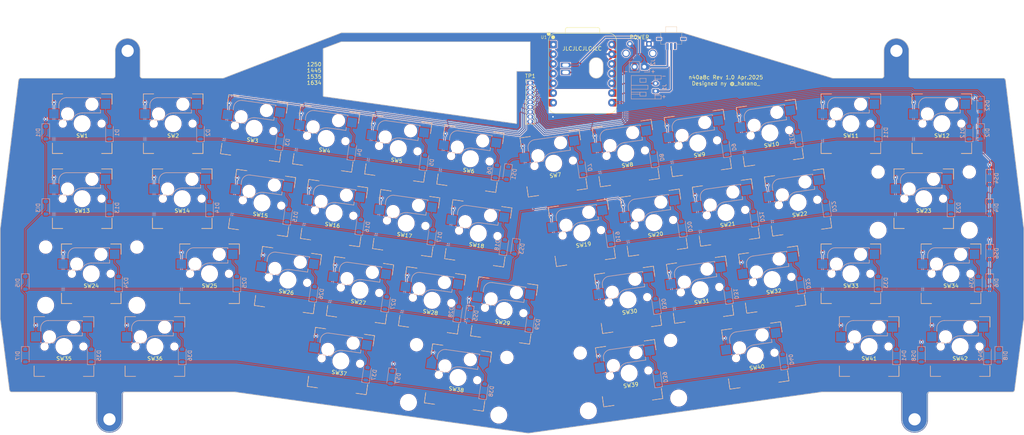
<source format=kicad_pcb>
(kicad_pcb (version 20241229) (generator "pcbnew") (generator_version "9.0")
  (title_block (title "n40a8c") (date "2025-04-17") (rev "1.0"))
  (layers (0 "F.Cu" mixed) (2 "B.Cu" mixed) (13 "F.Paste" user) (15 "B.Paste" user) (5 "F.SilkS" user "F.Silkscreen") (7 "B.SilkS" user "B.Silkscreen") (1 "F.Mask" user) (3 "B.Mask" user) (25 "Edge.Cuts" user))
  (net 0 "")
  (net 1 "GND")
  (net 2 "Net-(D1-K)")
  (net 3 "Net-(D1-A)")
  (net 4 "Net-(D2-A)")
  (net 5 "Net-(D3-A)")
  (net 6 "Net-(D4-A)")
  (net 7 "Net-(D5-A)")
  (net 8 "Net-(D6-A)")
  (net 9 "Net-(D10-K)")
  (net 10 "Net-(D7-A)")
  (net 11 "Net-(D8-A)")
  (net 12 "Net-(D9-A)")
  (net 13 "Net-(D10-A)")
  (net 14 "Net-(D11-A)")
  (net 15 "Net-(D12-A)")
  (net 16 "Net-(D13-A)")
  (net 17 "Net-(D14-A)")
  (net 18 "Net-(D15-A)")
  (net 19 "Net-(D16-A)")
  (net 20 "Net-(D17-A)")
  (net 21 "Net-(D18-A)")
  (net 22 "Net-(D19-A)")
  (net 23 "Net-(D20-A)")
  (net 24 "Net-(D21-A)")
  (net 25 "Net-(D22-A)")
  (net 26 "Net-(D23-A)")
  (net 27 "Net-(D24-A)")
  (net 28 "Net-(D13-K)")
  (net 29 "Net-(D19-K)")
  (net 30 "Net-(D24-K)")
  (net 31 "Net-(D30-K)")
  (net 32 "Net-(D35-K)")
  (net 33 "Net-(D39-K)")
  (net 34 "INTR")
  (net 35 "Net-(D25-A)")
  (net 36 "Net-(D26-A)")
  (net 37 "Net-(D27-A)")
  (net 38 "Net-(D28-A)")
  (net 39 "Net-(D29-A)")
  (net 40 "Net-(D30-A)")
  (net 41 "Net-(D31-A)")
  (net 42 "Net-(D32-A)")
  (net 43 "IO 0")
  (net 44 "IO 4")
  (net 45 "IO 1")
  (net 46 "IO 5")
  (net 47 "IO 2")
  (net 48 "Net-(D33-A)")
  (net 49 "IO 6")
  (net 50 "Net-(D34-A)")
  (net 51 "Net-(D35-A)")
  (net 52 "Net-(D36-A)")
  (net 53 "Net-(D37-A)")
  (net 54 "Net-(D38-A)")
  (net 55 "Net-(D39-A)")
  (net 56 "Net-(D40-A)")
  (net 57 "Net-(D41-A)")
  (net 58 "Net-(D42-A)")
  (net 59 "IO 3")
  (net 60 "IO 7")
  (net 61 "BAT-")
  (net 62 "VCC")
  (net 64 "BAT+")
  (net 65 "3V3")
  (net 66 "Net-(J1-Pin_1)")
  (net 67 "PWR")
  (footprint "cscslib:MountingHole_M3_plating_truss" (layer "F.Cu") (at 40.481284 125.01573)
    (property "Reference" "H3")
    (property "Value" "MountingHole_Pad" (hide yes))
  )
  (footprint "cscslib:MountingHole_M3_plating_truss" (layer "F.Cu") (at 45.243818 28.575024)
    (property "Reference" "H1")
    (property "Value" "MountingHole_Pad" (hide yes))
  )
  (footprint "cscslib:SSAJ120100" (layer "F.Cu") (at 187.523595 25.598459 180)
    (property "Reference" "SW_HPWR2" (hide yes))
    (property "Value" "SSAJ120100" (hide yes))
  )
  (footprint "cscslib:MountingHole_M3_plating_truss" (layer "F.Cu") (at 251.222086 125.01573)
    (property "Reference" "H4")
    (property "Value" "MountingHole_Pad" (hide yes))
  )
  (footprint "cscslib:MountingHole_M3_plating_truss" (layer "F.Cu") (at 246.459582 28.57498)
    (property "Reference" "H2")
    (property "Value" "MountingHole_Pad" (hide yes))
  )
  (footprint "cscslib:PinHeader_1x09_P1.27mm_Conthrough" (layer "F.Cu") (at 150.614219 36.909426)
    (property "Reference" "TP1")
    (property "Value" "Conn_01x09" (hide yes))
  )
  (footprint "cscslib:THBP07-043C" (layer "F.Cu") (at 179.189213 27.979711)
    (property "Reference" "SW_SPWR1" (hide yes))
    (property "Value" "SW_SPWR" (hide yes))
  )
  (footprint "OPL:XIAO-nRF52840-DIP2" (layer "F.Cu") (at 164.306421 34.528174)
    (property "Reference" "U1")
    (property "Value" "XIAO-nRF52840-SMD")
  )
  (footprint "cscslib:CPG151101S11_1.5u" (layer "B.Cu") (at 33.33751 47.624945)
    (property "Reference" "SW1")
    (property "Value" "CPG151101S11-16" (hide yes))
  )
  (footprint "cscslib:CPG151101S11_1u" (layer "B.Cu") (at 78.353535 48.857954 -8)
    (property "Reference" "SW3")
    (property "Value" "CPG151101S11-16" (hide yes))
  )
  (footprint "cscslib:CPG151101S11_1u" (layer "B.Cu") (at 97.218222 51.509214 -8)
    (property "Reference" "SW4")
    (property "Value" "CPG151101S11-16" (hide yes))
  )
  (footprint "cscslib:CPG151101S11_1u" (layer "B.Cu") (at 116.082905 54.160471 -8)
    (property "Reference" "SW5")
    (property "Value" "CPG151101S11-16" (hide yes))
  )
  (footprint "cscslib:CPG151101S11_1u" (layer "B.Cu") (at 134.947593 56.811729 -8)
    (property "Reference" "SW6")
    (property "Value" "CPG151101S11-16" (hide yes))
  )
  (footprint "cscslib:CPG151101S11_1u" (layer "B.Cu") (at 156.755523 58.002379 8)
    (property "Reference" "SW7")
    (property "Value" "CPG151101S11-16" (hide yes))
  )
  (footprint "cscslib:CPG151101S11_1u" (layer "B.Cu") (at 175.620209 55.351123 8)
    (property "Reference" "SW8")
    (property "Value" "CPG151101S11-16" (hide yes))
  )
  (footprint "cscslib:CPG151101S11_1u" (layer "B.Cu") (at 194.484895 52.699862 8)
    (property "Reference" "SW9")
    (property "Value" "CPG151101S11-16" (hide yes))
  )
  (footprint "cscslib:CPG151101S11_1u" (layer "B.Cu") (at 213.349579 50.048606 8)
    (property "Reference" "SW10")
    (property "Value" "CPG151101S11-16" (hide yes))
  )
  (footprint "cscslib:CPG151101S11_1u" (layer "B.Cu") (at 234.553135 47.624947)
    (property "Reference" "SW11")
    (property "Value" "CPG151101S11-16" (hide yes))
  )
  (footprint "cscslib:CPG151101S11_1u" (layer "B.Cu") (at 59.531259 67.270313)
    (property "Reference" "SW14")
    (property "Value" "CPG151101S11-16" (hide yes))
  )
  (footprint "cscslib:CPG151101S11_1u" (layer "B.Cu") (at 80.418275 68.38543 -8)
    (property "Reference" "SW15")
    (property "Value" "CPG151101S11-16" (hide yes))
  )
  (footprint "cscslib:CPG151101S11_1u" (layer "B.Cu") (at 164.122525 76.204313 8)
    (property "Reference" "SW19")
    (property "Value" "CPG151101S11-16" (hide yes))
  )
  (footprint "cscslib:CPG151101S11_1u" (layer "B.Cu") (at 201.851771 70.901814 8)
    (property "Reference" "SW21")
    (property "Value" "CPG151101S11-16" (hide yes))
  )
  (footprint "cscslib:CPG151101S11_2.25u" (layer "B.Cu") (at 35.71876 86.91557)
    (property "Reference" "SW24")
    (property "Value" "CPG151101S11-16" (hide yes))
  )
  (footprint "cscslib:CPG151101S11_1u" (layer "B.Cu") (at 66.674804 86.915694)
    (property "Reference" "SW25")
    (property "Value" "CPG151101S11-16" (hide yes))
  )
  (footprint "cscslib:CPG151101S11_1u" (layer "B.Cu") (at 87.199335 88.575677 -8)
    (property "Reference" "SW26")
    (property "Value" "CPG151101S11-16" (hide yes))
  )
  (footprint "cscslib:CPG151101S11_1u" (layer "B.Cu") (at 124.928605 93.878018 -8)
    (property "Reference" "SW28")
    (property "Value" "CPG151101S11-16" (hide yes))
  )
  (footprint "cscslib:CPG151101S11_1u" (layer "B.Cu") (at 143.793192 96.52949 -8)
    (property "Reference" "SW29")
    (property "Value" "CPG151101S11-16" (hide yes))
  )
  (footprint "cscslib:CPG151101S11_1u" (layer "B.Cu") (at 57.15001 47.624945)
    (property "Reference" "SW2")
    (property "Value" "CPG151101S11-16" (hide yes))
  )
  (footprint "cscslib:CPG151101S11_1u" (layer "B.Cu") (at 182.98715 73.553065 8)
    (property "Reference" "SW20")
    (property "Value" "CPG151101S11-16" (hide yes))
  )
  (footprint "cscslib:CPG151101S11_1.75u" (layer "B.Cu") (at 33.337513 67.270312)
    (property "Reference" "SW13")
    (property "Value" "CPG151101S11-16" (hide yes))
  )
  (footprint "Diode_SMD:D_SOD-123" (layer "B.Cu") (at 131.671559 97.23031 82)
    (property "Reference" "D28")
    (property "Value" "1N4148W" (hide yes))
  )
  (footprint "Diode_SMD:D_SOD-123" (layer "B.Cu") (at 228.122825 69.614207 98)
    (property "Reference" "D22")
    (property "Value" "1N4148W" (hide yes))
  )
  (footprint "Diode_SMD:D_SOD-123" (layer "B.Cu") (at 42.862566 89.296894 90)
    (property "Reference" "D24")
    (property "Value" "1N4148W" (hide yes))
  )
  (footprint "Diode_SMD:D_SOD-123" (layer "B.Cu") (at 73.818841 89.296894 90)
    (property "Reference" "D25")
    (property "Value" "1N4148W" (hide yes))
  )
  (footprint "Diode_SMD:D_SOD-123" (layer "B.Cu") (at 183.612517 95.106954 98)
    (property "Reference" "D30")
    (property "Value" "1N4148W" (hide yes))
  )
  (footprint "Diode_SMD:D_SOD-123" (layer "B.Cu") (at 93.942345 91.927816 82)
    (property "Reference" "D26")
    (property "Value" "1N4148W" (hide yes))
  )
  (footprint "cscslib:CPG151101S11_1u" (layer "B.Cu") (at 220.716393 68.250566 8)
    (property "Reference" "SW22")
    (property "Value" "CPG151101S11-16" (hide yes))
  )
  (footprint "Diode_SMD:D_SOD-123" (layer "B.Cu") (at 112.806953 94.579062 82)
    (property "Reference" "D27")
    (property "Value" "1N4148W" (hide yes))
  )
  (footprint "Diode_SMD:D_SOD-123" (layer "B.Cu") (at 85.096386 52.210167 82)
    (property "Reference" "D3")
    (property "Value" "1N4148W" (hide yes))
  )
  (footprint "Diode_SMD:D_SOD-123" (layer "B.Cu") (at 64.293834 50.006236 90)
    (property "Reference" "D2")
    (property "Value" "1N4148W" (hide yes))
  )
  (footprint "Diode_SMD:D_SOD-123" (layer "B.Cu") (at 103.960993 54.861413 82)
    (property "Reference" "D4")
    (property "Value" "1N4148W" (hide yes))
  )
  (footprint "Diode_SMD:D_SOD-123" (layer "B.Cu") (at 183.026174 56.714897 98)
    (property "Reference" "D8")
    (property "Value" "1N4148W" (hide yes))
  )
  (footprint "Diode_SMD:D_SOD-123" (layer "B.Cu") (at 201.890797 54.063647 98)
    (property "Reference" "D9")
    (property "Value" "1N4148W" (hide yes))
  )
  (footprint "Diode_SMD:D_SOD-123" (layer "B.Cu") (at 164.161552 59.366147 98)
    (property "Reference" "D7")
    (property "Value" "1N4148W" (hide yes))
  )
  (footprint "Diode_SMD:D_SOD-123" (layer "B.Cu") (at 220.755419 51.412397 98)
    (property "Reference" "D10")
    (property "Value" "1N4148W" (hide yes))
  )
  (footprint "Diode_SMD:D_SOD-123" (layer "B.Cu") (at 122.8256 57.512661 82)
    (property "Reference" "D5")
    (property "Value" "1N4148W" (hide yes))
  )
  (footprint "Diode_SMD:D_SOD-123" (layer "B.Cu") (at 141.690203 60.163909 82)
    (property "Reference" "D6")
    (property "Value" "1N4148W" (hide yes))
  )
  (footprint "Diode_SMD:D_SOD-123" (layer "B.Cu") (at 40.481314 50.006236 90)
    (property "Reference" "D1")
    (property "Value" "1N4148W" (hide yes))
  )
  (footprint "Diode_SMD:D_SOD-123" (layer "B.Cu") (at 190.39358 74.916707 98)
    (property "Reference" "D20")
    (property "Value" "1N4148W" (hide yes))
  )
  (footprint "Diode_SMD:D_SOD-123" (layer "B.Cu") (at 106.025898 74.388832 82)
    (property "Reference" "D16")
    (property "Value" "1N4148W" (hide yes))
  )
  (footprint "Diode_SMD:D_SOD-123" (layer "B.Cu") (at 171.528957 77.567959 98)
    (property "Reference" "D19")
    (property "Value" "1N4148W" (hide yes))
  )
  (footprint "Diode_SMD:D_SOD-123" (layer "B.Cu") (at 209.258202 72.265457 98)
    (property "Reference" "D21")
    (property "Value" "1N4148W" (hide yes))
  )
  (footprint "Diode_SMD:D_SOD-123" (layer "B.Cu") (at 87.16129 71.737584 82)
    (property "Reference" "D15")
    (property "Value" "1N4148W" (hide yes))
  )
  (footprint "Diode_SMD:D_SOD-123" (layer "B.Cu") (at 143.75511 79.691327 82)
    (property "Reference" "D18")
    (property "Value" "1N4148W" (hide yes))
  )
  (footprint "Diode_SMD:D_SOD-123" (layer "B.Cu") (at 66.675086 69.651565 90)
    (property "Reference" "D14")
    (property "Value" "1N4148W" (hide yes))
  )
  (footprint "cscslib:CPG151101S11_1u" (layer "B.Cu") (at 99.282896 71.03668 -8)
    (property "Reference" "SW16")
    (property "Value" "CPG151101S11-16" (hide yes))
  )
  (footprint "cscslib:CPG151101S11_1u" (layer "B.Cu") (at 137.012141 76.339179 -8)
    (property "Reference" "SW18")
    (property "Value" "CPG151101S11-16" (hide yes))
  )
  (footprint "cscslib:CPG151101S11_1u" (layer "B.Cu") (at 118.147516 73.687929 -8)
    (property "Reference" "SW17")
    (property "Value" "CPG151101S11-16" (hide yes))
  )
  (footprint "cscslib:CPG151101S11_2.25u" (layer "B.Cu") (at 253.603134 67.270316)
    (property "Reference" "SW23")
    (property "Value" "CPG151101S11-16" (hide yes))
  )
  (footprint "Diode_SMD:D_SOD-123" (layer "B.Cu") (at 150.536166 99.881558 82)
    (property "Reference" "D29")
    (property "Value" "1N4148W" (hide yes))
  )
  (footprint "Diode_SMD:D_SOD-123" (layer "B.Cu") (at 124.890504 77.04008 82)
    (property "Reference" "D17")
    (property "Value" "1N4148W" (hide yes))
  )
  (footprint "Diode_SMD:D_SOD-123" (layer "B.Cu") (at 40.481314 69.651565 90)
    (property "Reference" "D13")
    (property "Value" "1N4148W" (hide yes))
  )
  (footprint "Diode_SMD:D_SOD-123" (layer "B.Cu") (at 221.341763 89.804455 98)
    (property "Reference" "D32")
    (property "Value" "1N4148W" (hide yes))
  )
  (footprint "cscslib:CPG151101S11_1u" (layer "B.Cu") (at 213.935858 88.440801 8)
    (property "Reference" "SW32")
    (property "Value" "CPG151101S11-16" (hide yes))
  )
  (footprint "cscslib:CPG151101S11_1.5u" (layer "B.Cu") (at 258.365634 47.624944)
    (property "Reference" "SW12")
    (property "Value" "CPG151101S11-16" (hide yes))
  )
  (footprint "cscslib:CPG151101S11_1u" (layer "B.Cu") (at 106.063958 91.226928 -8)
    (property "Reference" "SW27")
    (property "Value" "CPG151101S11-16" (hide yes))
  )
  (footprint "cscslib:CPG151101S11_1u" (layer "B.Cu") (at 176.206536 93.743312 8)
    (property "Reference" "SW30")
    (property "Value" "CPG151101S11-16" (hide yes))
  )
  (footprint "cscslib:CPG151101S11_1.25u" (layer "B.Cu") (at 263.128136 105.96557)
    (property "Reference" "SW42")
    (property "Value" "CPG151101S11-16" (hide yes))
  )
  (footprint "Diode_SMD:D_SOD-123" (layer "B.Cu") (at 241.697108 50.006236 90)
    (property "Reference" "D11")
    (property "Value" "1N4148W" (hide yes))
  )
  (footprint "Connector_JST:JST_PH_S2B-PH-K_1x02_P2.00mm_Horizontal" (layer "B.Cu") (at 183.425149 39.100032 90)
    (property "Reference" "J1")
    (property "Value" "Conn_01x02_Pin" (hide yes))
  )
  (footprint "cscslib:CPG151101S11_1.25u" (layer "B.Cu") (at 209.513127 108.299409 8)
    (property "Reference" "SW40")
    (property "Value" "CPG151101S11-16" (hide yes))
  )
  (footprint "Diode_SMD:D_SOD-123" (layer "B.Cu") (at 138.452615 117.420542 82)
    (property "Reference" "D38")
    (property "Value" "1N4148W" (hide yes))
  )
  (footprint "cscslib:CPG151101S11_1.25u" (layer "B.Cu") (at 239.315856 105.965658)
    (property "Reference" "SW41")
    (property "Value" "CPG151101S11-16" (hide yes))
  )
  (footprint "Diode_SMD:D_SOD-123" (layer "B.Cu") (at 253.008055 108.346987 -90)
    (property "Reference" "DS8")
    (property "Value" "1N4148W" (hide yes))
  )
  (footprint "Diode_SMD:D_SOD-123" (layer "B.Cu") (at 270.867445 61.912571 -90)
    (property "Reference" "DS4")
    (property "Value" "1N4148W" (hide yes))
  )
  (footprint "Diode_SMD:D_SOD-123" (layer "B.Cu") (at 134.619287 97.644726 -98)
    (property "Reference" "DS5")
    (property "Value" "1N4148W" (hide yes))
  )
  (footprint "cscslib:CPG151101S11_2.25u" (layer "B.Cu") (at 176.500038 112.939095 8)
    (property "Reference" "SW39")
    (property "Value" "CPG151101S11-16" (hide yes))
  )
  (footprint "Diode_SMD:D_SOD-123" (layer "B.Cu") (at 18.454733 108.346986 -90)
    (property "Reference" "DI7")
    (property "Value" "1N4148W" (hide yes))
  )
  (footprint "cscslib:CPG151101S11_1u" (layer "B.Cu") (at 234.553135 86.915649)
    (property "Reference" "SW33")
    (property "Value" "CPG151101S11-16" (hide yes))
  )
  (footprint "Diode_SMD:D_SOD-123" (layer "B.Cu") (at 260.747124 69.651565 90)
    (property "Reference" "D23")
    (property "Value" "1N4148W" (hide yes))
  )
  (footprint "Diode_SMD:D_SOD-123" (layer "B.Cu") (at 216.91878 109.663296 98)
    (property "Reference" "D40")
    (property "Value" "1N4148W" (hide yes))
  )
  (footprint "Diode_SMD:D_SOD-123" (layer "B.Cu") (at 18.454733 89.296971 -90)
    (property "Reference" "DI5")
    (property "Value" "1N4148W" (hide yes))
  )
  (footprint "cscslib:CPG151101S11_1.25u" (layer "B.Cu") (at 28.57501 105.965569)
    (property "Reference" "SW35")
    (property "Value" "CPG151101S11-16" (hide yes))
  )
  (footprint "Diode_SMD:D_SOD-123" (layer "B.Cu") (at 146.702848 80.105727 -98)
    (property "Reference" "DS3")
    (property "Value" "1N4148W" (hide yes))
  )
  (footprint "Diode_SMD:D_SOD-123" (layer "B.Cu") (at 23.812551 69.651641 -90)
    (property "Reference" "DI3")
    (property "Value" "1N4148W" (hide yes))
  )
  (footprint "Diode_SMD:D_SOD-123" (layer "B.Cu") (at 144.637943 60.578292 -98)
    (property "Reference" "DS1")
    (property "Value" "1N4148W" (hide yes))
  )
  (footprint "Diode_SMD:D_SOD-123" (layer "B.Cu") (at 270.272133 108.346911 90)
    (property "Reference" "D42")
    (property "Value" "1N4148W" (hide yes))
  )
  (footprint "Diode_SMD:D_SOD-123" (layer "B.Cu") (at 23.81255 50.006312 -90)
    (property "Reference" "DI1")
    (property "Value" "1N4148W" (hide yes))
  )
  (footprint "Diode_SMD:D_SOD-123" (layer "B.Cu") (at 267.89088 89.296894 90)
    (property "Reference" "D34")
    (property "Value" "1N4148W" (hide yes))
  )
  (footprint "Diode_SMD:D_SOD-123" (layer "B.Cu") (at 273.248697 108.346986 -90)
    (property "Reference" "DI8")
    (property "Value" "1N4148W" (hide yes))
  )
  (footprint "cscslib:SSAJ120100" (layer "B.Cu") (at 187.523595 25.598459)
    (property "Reference" "SW_HPWR1" (hide yes))
    (property "Value" "SSAJ120100" (hide yes))
  )
  (footprint "cscslib:CPG151101S11_1u" (layer "B.Cu") (at 195.071225 91.091863 8)
    (property "Reference" "SW31")
    (property "Value" "CPG151101S11-16" (hide yes))
  )
  (footprint "Diode_SMD:D_SOD-123" (layer "B.Cu") (at 270.867445 69.651641 -90)
    (property "Reference" "DI4")
    (property "Value" "1N4148W" (hide yes))
  )
  (footprint "Diode_SMD:D_SOD-123" (layer "B.Cu") (at 241.697109 89.296892 90)
    (property "Reference" "D33")
    (property "Value" "1N4148W" (hide yes))
  )
  (footprint "Diode_SMD:D_SOD-123" (layer "B.Cu") (at 114.282454 114.0238 -98)
    (property "Reference" "DS7")
    (property "Value" "1N4148W" (hide yes))
  )
  (footprint "cscslib:CPG151101S11_1.75u" (layer "B.Cu") (at 260.746885 86.91557)
    (property "Reference" "SW34")
    (property "Value" "CPG151101S11-16" (hide yes))
  )
  (footprint "cscslib:CPG151101S11_2u" (layer "B.Cu") (at 131.710235 114.068368 -8)
    (property "Reference" "SW38")
    (property "Value" "CPG151101S11-16" (hide yes))
  )
  (footprint "Diode_SMD:D_SOD-123" (layer "B.Cu") (at 268.486194 42.862555 -90)
    (property "Reference" "DS2")
    (property "Value" "1N4148W" (hide yes))
  )
  (footprint "Diode_SMD:D_SOD-123" (layer "B.Cu") (at 265.509628 50.006236 90)
    (property "Reference" "D12")
    (property "Value" "1N4148W" (hide yes))
  )
  (footprint "Connector_PinHeader_2.54mm:PinHeader_1x02_P2.54mm_Vertical" (layer "B.Cu") (at 180.464213 32.742215 90)
    (property "Reference" "J2")
    (property "Value" "Conn_01x02_Pin" (hide yes))
  )
  (footprint "Diode_SMD:D_SOD-123" (layer "B.Cu") (at 183.905687 114.302983 98)
    (property "Reference" "D39")
    (property "Value" "1N4148W" (hide yes))
  )
  (footprint "cscslib:CPG151101S11_1.25u" (layer "B.Cu") (at 101.055249 109.760089 -8)
    (property "Reference" "SW37")
    (property "Value" "CPG151101S11-16" (hide yes))
  )
  (footprint "cscslib:CPG151101S11_1.25u" (layer "B.Cu") (at 52.38751 105.96557)
    (property "Reference" "SW36")
    (property "Value" "CPG151101S11-16" (hide yes))
  )
  (footprint "Diode_SMD:D_SOD-123" (layer "B.Cu") (at 35.71881 108.34691 90)
    (property "Reference" "D35")
    (property "Value" "1N4148W" (hide yes))
  )
  (footprint "Diode_SMD:D_SOD-123" (layer "B.Cu") (at 107.79763 113.112263 82)
    (property "Reference" "D37")
    (property "Value" "1N4148W" (hide yes))
  )
  (footprint "Diode_SMD:D_SOD-123" (layer "B.Cu") (at 268.486193 50.006312 -90)
    (property "Reference" "DI2")
    (property "Value" "1N4148W" (hide yes))
  )
  (footprint "Diode_SMD:D_SOD-123" (layer "B.Cu") (at 59.53133 108.34691 90)
    (property "Reference" "D36")
    (property "Value" "1N4148W" (hide yes))
  )
  (footprint "Diode_SMD:D_SOD-123" (layer "B.Cu") (at 246.459612 108.34691 90)
    (property "Reference" "D41")
    (property "Value" "1N4148W" (hide yes))
  )
  (footprint "Diode_SMD:D_SOD-123" (layer "B.Cu") (at 270.867445 89.29697 -90)
    (property "Reference" "DI6")
    (property "Value" "1N4148W" (hide yes))
  )
  (footprint "Diode_SMD:D_SOD-123" (layer "B.Cu") (at 202.477141 92.455705 98)
    (property "Reference" "D31")
    (property "Value" "1N4148W" (hide yes))
  )
  (footprint "Diode_SMD:D_SOD-123" (layer "B.Cu") (at 270.867445 81.557901 -90)
    (property "Reference" "DS6")
    (property "Value" "1N4148W" (hide yes))
  )
  (gr_line (start 243.184842 35.123262) (end 243.184952 28.574932) (stroke (width 0.15)) (layer "Edge.Cuts"))
  (gr_line (start 190.50019 23.81254) (end 183.356404 23.81254) (stroke (width 0.15)) (layer "Edge.Cuts"))
  (gr_arc (start 41.969514 35.123375) (mid 41.795156 35.544359) (end 41.374181 35.718708) (stroke (width 0.15)) (layer "Edge.Cuts"))
  (gr_line (start 43.75556 125.01573) (end 43.75556 118.467287) (stroke (width 0.15)) (layer "Edge.Cuts"))
  (gr_line (start 73.459041 117.904933) (end 150.087765 128.674398) (stroke (width 0.15)) (layer "Edge.Cuts"))
  (gr_line (start 37.207 125.01552) (end 37.207007 118.467085) (stroke (width 0.15)) (layer "Edge.Cuts"))
  (gr_arc (start 43.75556 125.01573) (mid 40.481175 128.29001) (end 37.207 125.01552) (stroke (width 0.15)) (layer "Edge.Cuts"))
  (gr_line (start 150.087765 128.674398) (end 226.951404 117.871918) (stroke (width 0.15)) (layer "Edge.Cuts"))
  (gr_arc (start 243.184869 35.12331) (mid 243.0105 35.544238) (end 242.589556 35.718622) (stroke (width 0.15)) (layer "Edge.Cuts"))
  (gr_line (start 73.22353 117.871928) (end 73.459041 117.904933) (stroke (width 0.15)) (layer "Edge.Cuts"))
  (gr_line (start 249.732496 28.574923) (end 249.732569 35.123366) (stroke (width 0.15)) (layer "Edge.Cuts"))
  (gr_arc (start 16.668794 36.314113) (mid 16.843153 35.893157) (end 17.264107 35.7188) (stroke (width 0.15)) (layer "Edge.Cuts"))
  (gr_arc (start 36.615469 117.871781) (mid 37.033972 118.047468) (end 37.206987 118.467075) (stroke (width 0.15)) (layer "Edge.Cuts"))
  (gr_arc (start 274.439323 35.7188) (mid 274.860253 35.893172) (end 275.034636 36.314113) (stroke (width 0.15)) (layer "Edge.Cuts"))
  (gr_arc (start 247.352167 117.871982) (mid 247.773103 118.04636) (end 247.947481 118.467307) (stroke (width 0.15)) (layer "Edge.Cuts"))
  (gr_line (start 226.951406 117.871822) (end 247.347836 117.871998) (stroke (width 0.15)) (layer "Edge.Cuts"))
  (gr_line (start 255.09835 117.871993) (end 276.820575 117.871822) (stroke (width 0.15)) (layer "Edge.Cuts"))
  (gr_line (start 183.356404 23.81254) (end 175.022022 23.81254) (stroke (width 0.15)) (layer "Edge.Cuts"))
  (gr_line (start 175.022022 23.81254) (end 173.236113 23.81254) (stroke (width 0.15)) (layer "Edge.Cuts"))
  (gr_line (start 70.246964 35.718695) (end 49.113219 35.718802) (stroke (width 0.15)) (layer "Edge.Cuts"))
  (gr_line (start 41.969436 35.123467) (end 41.969496 28.575024) (stroke (width 0.15)) (layer "Edge.Cuts"))
  (gr_line (start 275.034385 36.314113) (end 279.796885 75.009318) (stroke (width 0.15)) (layer "Edge.Cuts"))
  (gr_arc (start 41.969496 28.575024) (mid 45.243818 25.300702) (end 48.51814 28.575024) (stroke (width 0.15)) (layer "Edge.Cuts"))
  (gr_line (start 250.337831 35.718795) (end 274.439323 35.718695) (stroke (width 0.15)) (layer "Edge.Cuts"))
  (gr_line (start 16.66876 36.314113) (end 11.906259 75.00932) (stroke (width 0.15)) (layer "Edge.Cuts"))
  (gr_line (start 279.796885 75.009318) (end 279.796885 98.82182) (stroke (width 0.15)) (layer "Edge.Cuts"))
  (gr_line (start 279.796885 98.82182) (end 277.415635 117.276681) (stroke (width 0.15)) (layer "Edge.Cuts"))
  (gr_arc (start 14.882855 117.871928) (mid 14.461923 117.697602) (end 14.287608 117.276681) (stroke (width 0.15)) (layer "Edge.Cuts"))
  (gr_line (start 242.589556 35.718799) (end 229.790848 35.7188) (stroke (width 0.15)) (layer "Edge.Cuts"))
  (gr_line (start 11.906261 98.82182) (end 11.906259 75.00932) (stroke (width 0.15)) (layer "Edge.Cuts"))
  (gr_arc (start 254.49585 118.467296) (mid 254.670213 118.046338) (end 255.091163 117.871982) (stroke (width 0.15)) (layer "Edge.Cuts"))
  (gr_line (start 247.947455 118.467307) (end 247.947448 125.01573) (stroke (width 0.15)) (layer "Edge.Cuts"))
  (gr_arc (start 43.755394 118.467075) (mid 43.931926 118.043965) (end 44.356819 117.871781) (stroke (width 0.15)) (layer "Edge.Cuts"))
  (gr_line (start 36.595373 117.871994) (end 14.882855 117.871928) (stroke (width 0.15)) (layer "Edge.Cuts"))
  (gr_arc (start 243.184952 28.574932) (mid 246.458696 25.301252) (end 249.732496 28.574923) (stroke (width 0.15)) (layer "Edge.Cuts"))
  (gr_arc (start 250.337828 35.718753) (mid 249.91092 35.547651) (end 249.733269 35.123423) (stroke (width 0.15)) (layer "Edge.Cuts"))
  (gr_poly (pts (xy 147.042341 47.625062) (xy 96.440737 40.481304) (xy 96.440736 27.979732) (xy 101.20324 26.193792) (xy 150.614219 26.193795) (xy 150.614219 33.932861) (xy 147.042341 33.932861)) (stroke (width 0.15)) (fill no) (layer "Edge.Cuts"))
  (gr_line (start 101.20324 23.812538) (end 70.246964 35.718695) (stroke (width 0.15)) (layer "Edge.Cuts"))
  (gr_line (start 166.092357 32.146922) (end 166.092357 33.932861) (stroke (width 0.15)) (layer "Edge.Cuts"))
  (gr_line (start 254.496724 125.01573) (end 254.496748 118.4673) (stroke (width 0.15)) (layer "Edge.Cuts"))
  (gr_arc (start 49.113219 35.71874) (mid 48.692323 35.544379) (end 48.517946 35.123467) (stroke (width 0.15)) (layer "Edge.Cuts"))
  (gr_arc (start 277.415888 117.276681) (mid 277.24153 117.697634) (end 276.820575 117.871994) (stroke (width 0.15)) (layer "Edge.Cuts"))
  (gr_line (start 11.906261 98.82182) (end 14.287508 117.276682) (stroke (width 0.15)) (layer "Edge.Cuts"))
  (gr_line (start 169.664235 32.146922) (end 169.664235 33.932863) (stroke (width 0.15)) (layer "Edge.Cuts"))
  (gr_line (start 48.51814 28.575024) (end 48.51818 35.123467) (stroke (width 0.15)) (layer "Edge.Cuts"))
  (gr_line (start 173.236113 23.81254) (end 155.456419 23.81254) (stroke (width 0.15)) (layer "Edge.Cuts"))
  (gr_arc (start 166.092357 32.146922) (mid 167.878296 30.360982) (end 169.664235 32.146922) (stroke (width 0.15)) (layer "Edge.Cuts"))
  (gr_line (start 44.366129 117.871994) (end 73.22353 117.871928) (stroke (width 0.15)) (layer "Edge.Cuts"))
  (gr_line (start 41.376872 35.718708) (end 17.264107 35.7188) (stroke (width 0.15)) (layer "Edge.Cuts"))
  (gr_arc (start 169.664235 33.932863) (mid 167.878299 35.718835) (end 166.092357 33.932861) (stroke (width 0.15)) (layer "Edge.Cuts"))
  (gr_arc (start 254.496724 125.01573) (mid 251.222086 128.290368) (end 247.947448 125.01573) (stroke (width 0.15)) (layer "Edge.Cuts"))
  (gr_line (start 101.20324 23.812538) (end 155.456419 23.81254) (stroke (width 0.15)) (layer "Edge.Cuts"))
  (gr_line (start 190.50019 23.81254) (end 229.790848 35.7188) (stroke (width 0.15)) (layer "Edge.Cuts"))
  (gr_text "n40a8c Rev 1.0 Apr.2025\nDesigned ny @_hatano_" (at 201.811137 36.314113 0) (layer "F.SilkS") (effects (font (size 1 1))))
  (gr_text "1250\n1445\n1535\n1634" (at 94.059484 34.528174 0) (layer "F.SilkS") (effects (font (size 1 1))))
  (gr_text "POWER" (at 179.189213 25.003146 0) (layer "F.SilkS") (effects (font (size 1 1))))
  (gr_text "JLCJLCJLCJLC" (at 158.9486 28.575042 0) (layer "F.SilkS") (effects (font (size 1 1)) (justify left bottom)))
  (gr_text "-" (at 175.617335 33.932841 0) (layer "B.SilkS") (effects (font (size 1 1)) (justify mirror)))
  (gr_text "+" (at 182.761091 33.93284 0) (layer "B.SilkS") (effects (font (size 1 1)) (justify mirror)))
  (gr_text "+" (at 186.332969 41.076598 0) (layer "B.SilkS") (effects (font (size 1 1)) (justify left bottom mirror)))
  (gr_text "-" (at 186.332969 35.718779 0) (layer "B.SilkS") (effects (font (size 1 1)) (justify left bottom mirror)))
  (via (at 156.567319 45.839101) (size 0.8) (drill 0.4) (layers "F.Cu" "B.Cu") (net 1))
  (segment (start 84.866751 53.844108) (end 69.289354 51.654849) (width 0.25) (layer "B.Cu") (net 2))
  (segment (start 141.460571 61.797851) (end 144.408218 62.212118) (width 0.25) (layer "B.Cu") (net 2))
  (segment (start 122.595966 59.146604) (end 103.731357 56.495355) (width 0.25) (layer "B.Cu") (net 2))
  (segment (start 23.81255 51.656314) (end 40.481238 51.656311) (width 0.25) (layer "B.Cu") (net 2))
  (segment (start 40.481314 51.656236) (end 64.293833 51.656236) (width 0.25) (layer "B.Cu") (net 2))
  (segment (start 64.293833 51.656236) (end 69.287513 51.656236) (width 0.25) (layer "B.Cu") (net 2))
  (segment (start 141.460567 61.797852) (end 122.595966 59.146604) (width 0.25) (layer "B.Cu") (net 2))
  (segment (start 103.731357 56.495355) (end 84.866752 53.844108) (width 0.25) (layer "B.Cu") (net 2))
  (segment (start 69.289354 51.654849) (end 69.287513 51.656236) (width 0.25) (layer "B.Cu") (net 2))
  (segment (start 40.481238 51.656311) (end 40.481314 51.656236) (width 0.25) (layer "B.Cu") (net 2))
  (segment (start 84.866752 53.844108) (end 84.866751 53.844108) (width 0.25) (layer "B.Cu") (net 2))
  (segment (start 144.408218 62.212118) (end 144.40831 62.212234) (width 0.25) (layer "B.Cu") (net 2))
  (segment (start 39.45251 44.810317) (end 40.481313 45.839121) (width 0.25) (layer "B.Cu") (net 3))
  (segment (start 39.45251 42.544945) (end 39.45251 44.810317) (width 0.25) (layer "B.Cu") (net 3))
  (segment (start 40.481314 48.356235) (end 40.481313 45.839121) (width 0.25) (layer "B.Cu") (net 3))
  (segment (start 63.26501 44.810299) (end 64.293833 45.839121) (width 0.25) (layer "B.Cu") (net 4))
  (segment (start 64.293833 48.356236) (end 64.293833 45.839121) (width 0.25) (layer "B.Cu") (net 4))
  (segment (start 63.26501 42.544947) (end 63.26501 44.810299) (width 0.25) (layer "B.Cu") (net 4))
  (segment (start 85.326021 50.576225) (end 85.676339 48.083585) (width 0.25) (layer "B.Cu") (net 5))
  (segment (start 84.80076 46.921651) (end 85.676339 48.083585) (width 0.25) (layer "B.Cu") (net 5))
  (segment (start 85.116023 44.678436) (end 84.80076 46.921651) (width 0.25) (layer "B.Cu") (net 5))
  (segment (start 103.98071 47.329696) (end 103.665435 49.572991) (width 0.25) (layer "B.Cu") (net 6))
  (segment (start 104.190628 53.227467) (end 104.540946 50.734833) (width 0.25) (layer "B.Cu") (net 6))
  (segment (start 103.665435 49.572991) (end 104.540946 50.734833) (width 0.25) (layer "B.Cu") (net 6))
  (segment (start 122.845395 49.980953) (end 122.530108 52.224325) (width 0.25) (layer "B.Cu") (net 7))
  (segment (start 123.055236 55.878719) (end 123.405553 53.386081) (width 0.25) (layer "B.Cu") (net 7))
  (segment (start 122.530108 52.224325) (end 123.405553 53.386081) (width 0.25) (layer "B.Cu") (net 7))
  (segment (start 141.394784 54.875669) (end 142.270156 56.037327) (width 0.25) (layer "B.Cu") (net 8))
  (segment (start 141.710081 52.632211) (end 141.394784 54.875669) (width 0.25) (layer "B.Cu") (net 8))
  (segment (start 141.919839 58.52997) (end 142.270156 56.037327) (width 0.25) (layer "B.Cu") (net 8))
  (segment (start 267.560193 48.815778) (end 267.560193 47.896846) (width 0.25) (layer "B.Cu") (net 9))
  (segment (start 265.968926 51.656236) (end 265.969002 51.656312) (width 0.25) (layer "B.Cu") (net 9))
  (segment (start 241.697108 51.656236) (end 230.882596 51.656236) (width 0.25) (layer "B.Cu") (net 9))
  (segment (start 268.035193 49.290778) (end 267.560193 48.815778) (width 0.25) (layer "B.Cu") (net 9))
  (segment (start 223.932566 52.632093) (end 223.932652 52.632158) (width 0.25) (layer "B.Cu") (net 9))
  (segment (start 268.486193 45.796625) (end 268.486193 44.512556) (width 0.25) (layer "B.Cu") (net 9))
  (segment (start 265.509628 51.656236) (end 265.968926 51.656236) (width 0.25) (layer "B.Cu") (net 9))
  (segment (start 183.255809 58.348839) (end 164.391186 61.000091) (width 0.25) (layer "B.Cu") (net 9))
  (segment (start 268.486193 50.644122) (end 268.035193 50.193122) (width 0.25) (layer "B.Cu") (net 9))
  (segment (start 230.88167 51.655537) (end 230.882596 51.656236) (width 0.25) (layer "B.Cu") (net 9))
  (segment (start 202.120433 55.697589) (end 183.255809 58.348839) (width 0.25) (layer "B.Cu") (net 9))
  (segment (start 223.932652 52.632159) (end 230.88167 51.655537) (width 0.25) (layer "B.Cu") (net 9))
  (segment (start 268.035193 47.421846) (end 268.035193 46.247623) (width 0.25) (layer "B.Cu") (net 9))
  (segment (start 268.035193 50.193122) (end 268.035193 49.290778) (width 0.25) (layer "B.Cu") (net 9))
  (segment (start 241.697108 51.656236) (end 265.509628 51.656236) (width 0.25) (layer "B.Cu") (net 9))
  (segment (start 265.969002 51.656312) (end 268.486193 51.656312) (width 0.25) (layer "B.Cu") (net 9))
  (segment (start 220.985054 53.046339) (end 223.932566 52.632093) (width 0.25) (layer "B.Cu") (net 9))
  (segment (start 268.486193 51.656312) (end 268.486193 50.644122) (width 0.25) (layer "B.Cu") (net 9))
  (segment (start 268.035193 46.247623) (end 268.486193 45.796625) (width 0.25) (layer "B.Cu") (net 9))
  (segment (start 267.560193 47.896846) (end 268.035193 47.421846) (width 0.25) (layer "B.Cu") (net 9))
  (segment (start 220.985054 53.046339) (end 202.120433 55.697589) (width 0.25) (layer "B.Cu") (net 9))
  (segment (start 163.931915 57.732205) (end 163.581598 55.239557) (width 0.25) (layer "B.Cu") (net 10))
  (segment (start 162.104013 52.120774) (end 162.419229 54.363649) (width 0.25) (layer "B.Cu") (net 10))
  (segment (start 162.419229 54.363649) (end 163.581598 55.239557) (width 0.25) (layer "B.Cu") (net 10))
  (segment (start 180.968698 49.469517) (end 181.283923 51.712454) (width 0.25) (layer "B.Cu") (net 11))
  (segment (start 181.283923 51.712454) (end 182.446219 52.588307) (width 0.25) (layer "B.Cu") (net 11))
  (segment (start 182.796538 55.080954) (end 182.446219 52.588307) (width 0.25) (layer "B.Cu") (net 11))
  (segment (start 201.661162 52.429704) (end 201.310844 49.937057) (width 0.25) (layer "B.Cu") (net 12))
  (segment (start 200.148618 49.061258) (end 201.310844 49.937057) (width 0.25) (layer "B.Cu") (net 12))
  (segment (start 199.833385 46.818256) (end 200.148618 49.061258) (width 0.25) (layer "B.Cu") (net 12))
  (segment (start 218.698068 44.167001) (end 219.01331 46.410061) (width 0.25) (layer "B.Cu") (net 13))
  (segment (start 219.01331 46.410061) (end 220.175464 47.285807) (width 0.25) (layer "B.Cu") (net 13))
  (segment (start 220.525783 49.778455) (end 220.175464 47.285807) (width 0.25) (layer "B.Cu") (net 13))
  (segment (start 241.697108 48.356236) (end 241.697108 45.839121) (width 0.25) (layer "B.Cu") (net 14))
  (segment (start 240.668135 42.544947) (end 240.668135 44.810148) (width 0.25) (layer "B.Cu") (net 14))
  (segment (start 240.668135 44.810148) (end 241.697108 45.839121) (width 0.25) (layer "B.Cu") (net 14))
  (segment (start 264.480634 42.544944) (end 264.480632 44.810127) (width 0.25) (layer "B.Cu") (net 15))
  (segment (start 265.509628 48.356236) (end 265.509628 45.839119) (width 0.25) (layer "B.Cu") (net 15))
  (segment (start 264.480632 44.810127) (end 265.509628 45.839119) (width 0.25) (layer "B.Cu") (net 15))
  (segment (start 39.452513 62.190312) (end 39.452513 64.455649) (width 0.25) (layer "B.Cu") (net 16))
  (segment (start 39.452513 64.455649) (end 40.481314 65.48445) (width 0.25) (layer "B.Cu") (net 16))
  (segment (start 40.481314 68.001566) (end 40.481314 65.48445) (width 0.25) (layer "B.Cu") (net 16))
  (segment (start 65.646259 64.455568) (end 66.675083 65.484395) (width 0.25) (layer "B.Cu") (net 17))
  (segment (start 66.675083 65.484395) (end 66.675086 68.001564) (width 0.25) (layer "B.Cu") (net 17))
  (segment (start 65.646259 62.190313) (end 65.646259 64.455568) (width 0.25) (layer "B.Cu") (net 17))
  (segment (start 87.390926 70.103641) (end 87.741242 67.61102) (width 0.25) (layer "B.Cu") (net 18))
  (segment (start 86.865531 66.448913) (end 87.741242 67.61102) (width 0.25) (layer "B.Cu") (net 18))
  (segment (start 87.180764 64.205911) (end 86.865531 66.448913) (width 0.25) (layer "B.Cu") (net 18))
  (segment (start 106.255533 72.754892) (end 106.60585 70.262265) (width 0.25) (layer "B.Cu") (net 19))
  (segment (start 105.730149 69.100175) (end 106.60585 70.262265) (width 0.25) (layer "B.Cu") (net 19))
  (segment (start 106.045384 66.857162) (end 105.730149 69.100175) (width 0.25) (layer "B.Cu") (net 19))
  (segment (start 125.12014 75.406138) (end 125.470455 72.913515) (width 0.25) (layer "B.Cu") (net 20))
  (segment (start 124.594768 71.751439) (end 125.470455 72.913515) (width 0.25) (layer "B.Cu") (net 20))
  (segment (start 124.910005 69.508411) (end 124.594768 71.751439) (width 0.25) (layer "B.Cu") (net 20))
  (segment (start 143.45939 74.402708) (end 144.335061 75.564762) (width 0.25) (layer "B.Cu") (net 21))
  (segment (start 143.77463 72.15966) (end 143.45939 74.402708) (width 0.25) (layer "B.Cu") (net 21))
  (segment (start 143.984747 78.057385) (end 144.335061 75.564762) (width 0.25) (layer "B.Cu") (net 21))
  (segment (start 171.299321 75.934017) (end 170.949002 73.441367) (width 0.25) (layer "B.Cu") (net 22))
  (segment (start 169.786163 72.565105) (end 170.949002 73.441367) (width 0.25) (layer "B.Cu") (net 22))
  (segment (start 169.471015 70.322707) (end 169.786163 72.565105) (width 0.25) (layer "B.Cu") (net 22))
  (segment (start 188.650786 69.913854) (end 189.813626 70.790117) (width 0.25) (layer "B.Cu") (net 23))
  (segment (start 190.163944 73.282764) (end 189.813626 70.790117) (width 0.25) (layer "B.Cu") (net 23))
  (segment (start 188.335638 67.671461) (end 188.650786 69.913854) (width 0.25) (layer "B.Cu") (net 23))
  (segment (start 207.515408 67.262605) (end 208.678247 68.138867) (width 0.25) (layer "B.Cu") (net 24))
  (segment (start 209.028566 70.631515) (end 208.678247 68.138867) (width 0.25) (layer "B.Cu") (net 24))
  (segment (start 207.20026 65.020209) (end 207.515408 67.262605) (width 0.25) (layer "B.Cu") (net 24))
  (segment (start 227.893189 67.980265) (end 227.542871 65.487617) (width 0.25) (layer "B.Cu") (net 25))
  (segment (start 226.064884 62.368961) (end 226.380031 64.611355) (width 0.25) (layer "B.Cu") (net 25))
  (segment (start 226.380031 64.611355) (end 227.542871 65.487617) (width 0.25) (layer "B.Cu") (net 25))
  (segment (start 259.718134 62.190316) (end 259.718134 64.45546) (width 0.25) (layer "B.Cu") (net 26))
  (segment (start 259.718134 64.45546) (end 260.747124 65.48445) (width 0.25) (layer "B.Cu") (net 26))
  (segment (start 260.747124 68.001565) (end 260.747124 65.48445) (width 0.25) (layer "B.Cu") (net 26))
  (segment (start 42.862566 87.646894) (end 42.862567 85.129779) (width 0.25) (layer "B.Cu") (net 27))
  (segment (start 41.833761 81.83557) (end 41.83376 84.100974) (width 0.25) (layer "B.Cu") (net 27))
  (segment (start 41.83376 84.100974) (end 42.862567 85.129779) (width 0.25) (layer "B.Cu") (net 27))
  (segment (start 86.931655 73.371526) (end 72.196365 71.300616) (width 0.25) (layer "B.Cu") (net 28))
  (segment (start 23.81255 71.301641) (end 40.481238 71.301644) (width 0.25) (layer "B.Cu") (net 28))
  (segment (start 105.796262 76.022776) (end 124.660869 78.674022) (width 0.25) (layer "B.Cu") (net 28))
  (segment (start 40.481238 71.301644) (end 40.481314 71.301565) (width 0.25) (layer "B.Cu") (net 28))
  (segment (start 40.481314 71.301565) (end 66.675086 71.301565) (width 0.25) (layer "B.Cu") (net 28))
  (segment (start 72.196365 71.300616) (end 72.195109 71.301564) (width 0.25) (layer "B.Cu") (net 28))
  (segment (start 124.660869 78.674022) (end 143.525478 81.32527) (width 0.25) (layer "B.Cu") (net 28))
  (segment (start 86.931655 73.371526) (end 105.796262 76.022776) (width 0.25) (layer "B.Cu") (net 28))
  (segment (start 143.525474 81.325269) (end 146.47311 81.739533) (width 0.25) (layer "B.Cu") (net 28))
  (segment (start 66.675086 71.301565) (end 72.195109 71.301564) (width 0.25) (layer "B.Cu") (net 28))
  (segment (start 146.47311 81.739533) (end 146.47321 81.739669) (width 0.25) (layer "B.Cu") (net 28))
  (segment (start 171.75859 79.201901) (end 190.623213 76.550652) (width 0.25) (layer "B.Cu") (net 29))
  (segment (start 270.867445 65.441953) (end 270.867445 63.562572) (width 0.25) (layer "B.Cu") (net 29))
  (segment (start 260.7472 71.301637) (end 260.747124 71.301565) (width 0.25) (layer "B.Cu") (net 29))
  (segment (start 270.416445 67.05602) (end 270.416445 65.892953) (width 0.25) (layer "B.Cu") (net 29))
  (segment (start 228.405953 71.301641) (end 260.747048 71.301641) (width 0.25) (layer "B.Cu") (net 29))
  (segment (start 260.747048 71.301641) (end 260.747124 71.301565) (width 0.25) (layer "B.Cu") (net 29))
  (segment (start 270.867445 71.301641) (end 270.867445 70.289451) (width 0.25) (layer "B.Cu") (net 29))
  (segment (start 270.416445 68.936106) (end 269.941445 68.461107) (width 0.25) (layer "B.Cu") (net 29))
  (segment (start 270.416444 69.838451) (end 270.416445 68.936106) (width 0.25) (layer "B.Cu") (net 29))
  (segment (start 190.623213 76.550652) (end 190.623216 76.55065) (width 0.25) (layer "B.Cu") (net 29))
  (segment (start 270.867445 71.301641) (end 260.7472 71.301637) (width 0.25) (layer "B.Cu") (net 29))
  (segment (start 270.416445 65.892953) (end 270.867445 65.441953) (width 0.25) (layer "B.Cu") (net 29))
  (segment (start 269.941445 67.531019) (end 270.416445 67.05602) (width 0.25) (layer "B.Cu") (net 29))
  (segment (start 228.405953 71.301641) (end 228.352461 71.248149) (width 0.25) (layer "B.Cu") (net 29))
  (segment (start 270.867445 70.289451) (end 270.416444 69.838451) (width 0.25) (layer "B.Cu") (net 29))
  (segment (start 209.487837 73.899399) (end 228.352461 71.248149) (width 0.25) (layer "B.Cu") (net 29))
  (segment (start 269.941445 68.461107) (end 269.941445 67.531019) (width 0.25) (layer "B.Cu") (net 29))
  (segment (start 190.623216 76.55065) (end 209.487837 73.899399) (width 0.25) (layer "B.Cu") (net 29))
  (segment (start 73.81884 90.946894) (end 75.128353 90.946894) (width 0.25) (layer "B.Cu") (net 30))
  (segment (start 42.862566 90.946893) (end 73.81884 90.946894) (width 0.25) (layer "B.Cu") (net 30))
  (segment (start 18.454734 90.94697) (end 42.86249 90.94697) (width 0.25) (layer "B.Cu") (net 30))
  (segment (start 112.577317 96.213006) (end 112.577317 96.213004) (width 0.25) (layer "B.Cu") (net 30))
  (segment (start 75.130884 90.950253) (end 75.128353 90.946894) (width 0.25) (layer "B.Cu") (net 30))
  (segment (start 112.577317 96.213004) (end 131.441924 98.864253) (width 0.25) (layer "B.Cu") (net 30))
  (segment (start 134.389651 99.278669) (end 150.306374 101.515618) (width 0.25) (layer "B.Cu") (net 30))
  (segment (start 42.86249 90.94697) (end 42.862566 90.946893) (width 0.25) (layer "B.Cu") (net 30))
  (segment (start 93.71271 93.561758) (end 112.577317 96.213006) (width 0.25) (layer "B.Cu") (net 30))
  (segment (start 93.71271 93.561758) (end 75.130884 90.950253) (width 0.25) (layer "B.Cu") (net 30))
  (segment (start 134.389533 99.278509) (end 134.389651 99.278669) (width 0.25) (layer "B.Cu") (net 30))
  (segment (start 131.441923 98.864251) (end 134.389533 99.278509) (width 0.25) (layer "B.Cu") (net 30))
  (segment (start 150.306374 101.515618) (end 150.306531 101.5155) (width 0.25) (layer "B.Cu") (net 30))
  (segment (start 270.416445 86.712504) (end 270.416445 85.538282) (width 0.25) (layer "B.Cu") (net 31))
  (segment (start 269.941445 88.106436) (end 269.941445 87.187504) (width 0.25) (layer "B.Cu") (net 31))
  (segment (start 270.416445 89.483781) (end 270.416445 88.581437) (width 0.25) (layer "B.Cu") (net 31))
  (segment (start 270.416445 85.538282) (end 270.867445 85.087282) (width 0.25) (layer "B.Cu") (net 31))
  (segment (start 241.69711 90.946892) (end 225.067409 90.946892) (width 0.25) (layer "B.Cu") (net 31))
  (segment (start 269.941445 87.187504) (end 270.416445 86.712504) (width 0.25) (layer "B.Cu") (net 31))
  (segment (start 270.416445 88.581437) (end 269.941445 88.106436) (width 0.25) (layer "B.Cu") (net 31))
  (segment (start 246.459614 90.94697) (end 246.61086 90.94697) (width 0.25) (layer "B.Cu") (net 31))
  (segment (start 270.867369 90.946894) (end 270.867445 90.94697) (width 0.25) (layer "B.Cu") (net 31))
  (segment (start 246.61086 90.94697) (end 246.610936 90.946894) (width 0.25) (layer "B.Cu") (net 31))
  (segment (start 246.610936 90.946894) (end 267.89088 90.946894) (width 0.25) (layer "B.Cu") (net 31))
  (segment (start 183.842152 96.740897) (end 202.706777 94.089649) (width 0.25) (layer "B.Cu") (net 31))
  (segment (start 246.459536 90.946892) (end 246.459614 90.94697) (width 0.25) (layer "B.Cu") (net 31))
  (segment (start 270.867445 89.93478) (end 270.416445 89.483781) (width 0.25) (layer "B.Cu") (net 31))
  (segment (start 267.89088 90.946894) (end 270.867369 90.946894) (width 0.25) (layer "B.Cu") (net 31))
  (segment (start 221.571398 91.438397) (end 225.067263 90.947085) (width 0.25) (layer "B.Cu") (net 31))
  (segment (start 270.867445 85.087282) (end 270.867445 83.207901) (width 0.25) (layer "B.Cu") (net 31))
  (segment (start 270.867445 90.94697) (end 270.867445 89.93478) (width 0.25) (layer "B.Cu") (net 31))
  (segment (start 241.69711 90.946892) (end 246.459536 90.946892) (width 0.25) (layer "B.Cu") (net 31))
  (segment (start 225.067263 90.947085) (end 225.067409 90.946892) (width 0.25) (layer "B.Cu") (net 31))
  (segment (start 202.706777 94.089649) (end 221.571398 91.438397) (width 0.25) (layer "B.Cu") (net 31))
  (segment (start 107.567995 114.746205) (end 73.785992 109.998454) (width 0.25) (layer "B.Cu") (net 32))
  (segment (start 19.050046 109.996986) (end 35.718734 109.996986) (width 0.25) (layer "B.Cu") (net 32))
  (segment (start 35.71881 109.99691) (end 59.531329 109.99691) (width 0.25) (layer "B.Cu") (net 32))
  (segment (start 35.718734 109.996986) (end 35.71881 109.99691) (width 0.25) (layer "B.Cu") (net 32))
  (segment (start 73.785992 109.998454) (end 73.784828 109.99691) (width 0.25) (layer "B.Cu") (net 32))
  (segment (start 114.052992 115.657613) (end 114.052818 115.657742) (width 0.25) (layer "B.Cu") (net 32))
  (segment (start 138.222979 119.054484) (end 114.052992 115.657613) (width 0.25) (layer "B.Cu") (net 32))
  (segment (start 59.531329 109.99691) (end 73.784828 109.99691) (width 0.25) (layer "B.Cu") (net 32))
  (segment (start 108.023052 114.810314) (end 114.052818 115.657742) (width 0.25) (layer "B.Cu") (net 32))
  (segment (start 107.567995 114.746205) (end 108.022924 114.810141) (width 0.25) (layer "B.Cu") (net 32))
  (segment (start 108.022924 114.810141) (end 108.023052 114.810314) (width 0.25) (layer "B.Cu") (net 32))
  (segment (start 270.272057 109.996986) (end 270.272132 109.996911) (width 0.25) (layer "B.Cu") (net 33))
  (segment (start 226.383455 109.99934) (end 226.385286 109.99691) (width 0.25) (layer "B.Cu") (net 33))
  (segment (start 270.272132 109.996911) (end 273.248624 109.996911) (width 0.25) (layer "B.Cu") (net 33))
  (segment (start 246.459612 109.99691) (end 226.385286 109.99691) (width 0.25) (layer "B.Cu") (net 33))
  (segment (start 253.603368 109.996986) (end 270.272057 109.996986) (width 0.25) (layer "B.Cu") (net 33))
  (segment (start 253.603292 109.99691) (end 253.603368 109.996986) (width 0.25) (layer "B.Cu") (net 33))
  (segment (start 246.459612 109.99691) (end 253.603292 109.99691) (width 0.25) (layer "B.Cu") (net 33))
  (segment (start 273.248624 109.996911) (end 273.248697 109.996986) (width 0.25) (layer "B.Cu") (net 33))
  (segment (start 217.148419 111.29724) (end 226.383455 109.99934) (width 0.25) (layer "B.Cu") (net 33))
  (segment (start 217.148419 111.29724) (end 184.135322 115.936926) (width 0.25) (layer "B.Cu") (net 33))
  (segment (start 70.196394 38.983991) (end 70.197685 38.985703) (width 0.25) (layer "F.Cu") (net 34))
  (segment (start 23.812552 42.224743) (end 26.602305 39.434991) (width 0.25) (layer "F.Cu") (net 34))
  (segment (start 150.614219 36.909426) (end 151.634856 36.909427) (width 0.25) (layer "F.Cu") (net 34))
  (segment (start 150.416079 36.909426) (end 150.614219 36.909426) (width 0.25) (layer "F.Cu") (net 34))
  (segment (start 153.590787 27.344739) (end 154.027349 26.908174) (width 0.25) (layer "F.Cu") (net 34))
  (segment (start 148.586219 40.003666) (end 149.037219 39.552666) (width 0.25) (layer "F.Cu") (net 34))
  (segment (start 147.504533 49.847937) (end 148.586219 48.766251) (width 0.25) (layer "F.Cu") (net 34))
  (segment (start 23.812552 46.434434) (end 23.812552 42.224743) (width 0.25) (layer "F.Cu") (net 34))
  (segment (start 152.237784 34.404308) (end 152.688784 33.953308) (width 0.25) (layer "F.Cu") (net 34))
  (segment (start 154.027349 26.908174) (end 155.851419 26.908176) (width 0.25) (layer "F.Cu") (net 34))
  (segment (start 153.590784 29.246928) (end 153.590787 27.344739) (width 0.25) (layer "F.Cu") (net 34))
  (segment (start 152.688784 32.05112) (end 153.139782 31.60012) (width 0.25) (layer "F.Cu") (net 34))
  (segment (start 70.197685 38.985703) (end 147.501697 49.850075) (width 0.25) (layer "F.Cu") (net 34))
  (segment (start 149.037219 39.552666) (end 149.037219 38.920476) (width 0.25) (layer "F.Cu") (net 34))
  (segment (start 151.634856 36.909427) (end 152.237784 36.306498) (width 0.25) (layer "F.Cu") (net 34))
  (segment (start 152.688784 33.953308) (end 152.688784 32.05112) (width 0.25) (layer "F.Cu") (net 34))
  (segment (start 49.777015 39.434991) (end 50.228015 38.983991) (width 0.25) (layer "F.Cu") (net 34))
  (segment (start 153.139782 31.60012) (end 153.139784 29.697928) (width 0.25) (layer "F.Cu") (net 34))
  (segment (start 149.488219 37.837286) (end 150.416079 36.909426) (width 0.25) (layer "F.Cu") (net 34))
  (segment (start 50.228015 38.983991) (end 70.196394 38.983991) (width 0.25) (layer "F.Cu") (net 34))
  (segment (start 152.237784 36.306498) (end 152.237784 34.404308) (width 0.25) (layer "F.Cu") (net 34))
  (segment (start 148.586219 48.766251) (end 148.586219 40.003666) (width 0.25) (layer "F.Cu") (net 34))
  (segment (start 26.602305 39.434991) (end 49.777015 39.434991) (width 0.25) (layer "F.Cu") (net 34))
  (segment (start 153.139784 29.697928) (end 153.590784 29.246928) (width 0.25) (layer "F.Cu") (net 34))
  (segment (start 149.037219 38.920476) (end 149.488219 38.469476) (width 0.25) (layer "F.Cu") (net 34))
  (segment (start 147.501697 49.850075) (end 147.504533 49.847937) (width 0.25) (layer "F.Cu") (net 34))
  (segment (start 149.488219 38.469476) (end 149.488219 37.837286) (width 0.25) (layer "F.Cu") (net 34))
  (via (at 23.812552 46.434434) (size 0.8) (drill 0.4) (layers "F.Cu" "B.Cu") (net 34))
  (segment (start 271.318445 64.497038) (end 271.793445 64.022038) (width 0.25) (layer "B.Cu") (net 34))
  (segment (start 23.81255 50.270846) (end 22.88655 51.196846) (width 0.25) (layer "B.Cu") (net 34))
  (segment (start 153.545846 42.803864) (end 153.545847 42.171674) (width 0.25) (layer "B.Cu") (net 34))
  (segment (start 271.318445 70.367175) (end 271.318445 70.102641) (width 0.25) (layer "B.Cu") (net 34))
  (segment (start 18.454733 89.561504) (end 17.528733 90.487504) (width 0.25) (layer "B.Cu") (net 34))
  (segment (start 153.995219 43.253236) (end 153.545846 42.803864) (width 0.25) (layer "B.Cu") (net 34))
  (segment (start 154.446219 44.968615) (end 154.446219 44.336426) (width 0.25) (layer "B.Cu") (net 34))
  (segment (start 268.486193 50.006312) (end 268.486193 48.356311) (width 0.25) (layer "B.Cu") (net 34))
  (segment (start 271.318445 70.102641) (end 270.867445 69.651641) (width 0.25) (layer "B.Cu") (net 34))
  (segment (start 18.454734 75.273992) (end 23.81255 69.916175) (width 0.25) (layer "B.Cu") (net 34))
  (segment (start 18.454733 106.696986) (end 18.454731 92.332436) (width 0.25) (layer "B.Cu") (net 34))
  (segment (start 167.655142 45.922829) (end 167.133344 45.529626) (width 0.25) (layer "B.Cu") (net 34))
  (segment (start 270.867445 66.079763) (end 271.318445 65.628762) (width 0.25) (layer "B.Cu") (net 34))
  (segment (start 155.376725 47.181911) (end 154.897219 46.702407) (width 0.25) (layer "B.Cu") (net 34))
  (segment (start 23.81255 69.916175) (end 23.81255 68.001641) (width 0.25) (layer "B.Cu") (net 34))
  (segment (start 23.81255 48.356312) (end 23.81255 50.270846) (width 0.25) (layer "B.Cu") (net 34))
  (segment (start 23.81255 48.356312) (end 23.812552 46.434434) (width 0.25) (layer "B.Cu") (net 34))
  (segment (start 269.412193 40.753089) (end 267.643094 38.983991) (width 0.25) (layer "B.Cu") (net 34))
  (segment (start 18.454731 92.332436) (end 17.528733 91.406436) (width 0.25) (layer "B.Cu") (net 34))
  (segment (start 273.248697 106.696986) (end 273.248697 91.942756) (width 0.25) (layer "B.Cu") (net 34))
  (segment (start 18.454733 87.64697) (end 18.454734 75.273992) (width 0.25) (layer "B.Cu") (net 34))
  (segment (start 151.740219 37.837286) (end 150.812358 36.909426) (width 0.25) (layer "B.Cu") (net 34))
  (segment (start 150.812358 36.909426) (end 150.614219 36.909426) (width 0.25) (layer "B.Cu") (net 34))
  (segment (start 271.318445 84.142365) (end 272.058071 83.402741) (width 0.25) (layer "B.Cu") (net 34))
  (segment (start 17.528733 90.487504) (end 17.528733 91.406436) (width 0.25) (layer "B.Cu") (net 34))
  (segment (start 154.446219 44.336426) (end 153.995217 43.885426) (width 0.25) (layer "B.Cu") (net 34))
  (segment (start 271.318445 90.012505) (end 271.318445 89.74797) (width 0.25) (layer "B.Cu") (net 34))
  (segment (start 152.642219 40.635856) (end 152.642219 40.003666) (width 0.25) (layer "B.Cu") (net 34))
  (segment (start 186.39754 43.744189) (end 185.888162 43.360345) (width 0.25) (layer "B.Cu") (net 34))
  (segment (start 273.248697 91.942756) (end 271.318445 90.012505) (width 0.25) (layer "B.Cu") (net 34))
  (segment (start 167.133344 45.529626) (end 155.376725 47.181911) (width 0.25) (layer "B.Cu") (net 34))
  (segment (start 152.642219 40.003666) (end 152.191219 39.552666) (width 0.25) (layer "B.Cu") (net 34))
  (segment (start 271.318445 65.628762) (end 271.318445 64.497038) (width 0.25) (layer "B.Cu") (net 34))
  (segment (start 269.412193 45.508434) (end 269.412193 40.753089) (width 0.25) (layer "B.Cu") (net 34))
  (segment (start 272.058071 71.106801) (end 271.318445 70.367175) (width 0.25) (layer "B.Cu") (net 34))
  (segment (start 154.897219 45.419615) (end 154.446219 44.968615) (width 0.25) (layer "B.Cu") (net 34))
  (segment (start 269.412193 55.694816) (end 269.412193 50.932312) (width 0.25) (layer "B.Cu") (net 34))
  (segment (start 226.880704 38.510083) (end 205.139937 41.56555) (width 0.25) (layer "B.Cu") (net 34))
  (segment (start 271.793445 64.022038) (end 271.793445 58.076068) (width 0.25) (layer "B.Cu") (net 34))
  (segment (start 153.093219 41.719046) (end 153.093219 41.086856) (width 0.25) (layer "B.Cu") (net 34))
  (segment (start 152.191219 38.920476) (end 151.740219 38.469476) (width 0.25) (layer "B.Cu") (net 34))
  (segment (start 185.888162 43.360345) (end 167.655142 45.922829) (width 0.25) (layer "B.Cu") (net 34))
  (segment (start 154.897219 46.702407) (end 154.897219 45.419615) (width 0.25) (layer "B.Cu") (net 34))
  (segment (start 22.88655 51.196846) (end 22.88655 52.115778) (width 0.25) (layer "B.Cu") (net 34))
  (segment (start 271.793445 58.076068) (end 269.412193 55.694816) (width 0.25) (layer "B.Cu") (net 34))
  (segment (start 22.88655 52.115778) (end 23.81255 53.041778) (width 0.25) (layer "B.Cu") (net 34))
  (segment (start 250.569013 38.510083) (end 226.880704 38.510083) (width 0.25) (layer "B.Cu") (net 34))
  (segment (start 268.486193 48.356311) (end 268.486193 46.434434) (width 0.25) (layer "B.Cu") (net 34))
  (segment (start 153.093219 41.086856) (end 152.642219 40.635856) (width 0.25) (layer "B.Cu") (net 34))
  (segment (start 152.191219 39.552666) (end 152.191219 38.920476) (width 0.25) (layer "B.Cu") (net 34))
  (segment (start 151.740219 38.469476) (end 151.740219 37.837286) (width 0.25) (layer "B.Cu") (net 34))
  (segment (start 269.412193 50.932312) (end 268.486193 50.006312) (width 0.25) (layer "B.Cu") (net 34))
  (segment (start 271.318445 85.274092) (end 271.318445 84.142365) (width 0.25) (layer "B.Cu") (net 34))
  (segment (start 267.643094 38.983991) (end 251.04292 38.983991) (width 0.25) (layer "B.Cu") (net 34))
  (segment (start 205.139937 41.56555) (end 204.63056 41.181707) (width 0.25) (layer "B.Cu") (net 34))
  (segment (start 270.867445 68.001641) (end 270.867445 66.079763) (width 0.25) (layer "B.Cu") (net 34))
  (segment (start 268.486193 46.434434) (end 269.412193 45.508434) (width 0.25) (layer "B.Cu") (net 34))
  (segment (start 270.867445 87.64697) (end 270.867445 85.725092) (width 0.25) (layer "B.Cu") (net 34))
  (segment (start 23.81255 53.041778) (end 23.81255 68.001641) (width 0.25) (layer "B.Cu") (net 34))
  (segment (start 153.545847 42.171674) (end 153.093219 41.719046) (width 0.25) (layer "B.Cu") (net 34))
  (segment (start 270.867445 89.29697) (end 270.867445 87.64697) (width 0.25) (layer "B.Cu") (net 34))
  (segment (start 18.454733 87.64697) (end 18.454733 89.561504) (width 0.25) (layer "B.Cu") (net 34))
  (segment (start 153.995217 43.885426) (end 153.995219 43.253236) (width 0.25) (layer "B.Cu") (net 34))
  (segment (start 251.04292 38.983991) (end 250.569013 38.510083) (width 0.25) (layer "B.Cu") (net 34))
  (segment (start 270.867445 69.651641) (end 270.867445 68.001641) (width 0.25) (layer "B.Cu") (net 34))
  (segment (start 270.867445 85.725092) (end 271.318445 85.274092) (width 0.25) (layer "B.Cu") (net 34))
  (segment (start 271.318445 89.74797) (end 270.867445 89.29697) (width 0.25) (layer "B.Cu") (net 34))
  (segment (start 204.63056 41.181707) (end 186.39754 43.744189) (width 0.25) (layer "B.Cu") (net 34))
  (segment (start 272.058071 83.402741) (end 272.058071 71.106801) (width 0.25) (layer "B.Cu") (net 34))
  (segment (start 72.789803 81.835694) (end 72.789804 84.100743) (width 0.25) (layer "B.Cu") (net 35))
  (segment (start 72.789804 84.100743) (end 73.81884 85.129779) (width 0.25) (layer "B.Cu") (net 35))
  (segment (start 73.81884 87.646891) (end 73.81884 85.129779) (width 0.25) (layer "B.Cu") (net 35))
  (segment (start 94.17198 90.293874) (end 94.522294 87.801266) (width 0.25) (layer "B.Cu") (net 36))
  (segment (start 93.961824 84.39616) (end 93.646589 86.639166) (width 0.25) (layer "B.Cu") (net 36))
  (segment (start 93.646589 86.639166) (end 94.522294 87.801266) (width 0.25) (layer "B.Cu") (net 36))
  (segment (start 113.036588 92.945119) (end 113.386901 90.452514) (width 0.25) (layer "B.Cu") (net 37))
  (segment (start 112.826447 87.047409) (end 112.51121 89.290433) (width 0.25) (layer "B.Cu") (net 37))
  (segment (start 112.51121 89.290433) (end 113.386901 90.452514) (width 0.25) (layer "B.Cu") (net 37))
  (segment (start 131.375832 91.941701) (end 132.251508 93.103761) (width 0.25) (layer "B.Cu") (net 38))
  (segment (start 131.691094 89.6985) (end 131.375832 91.941701) (width 0.25) (layer "B.Cu") (net 38))
  (segment (start 131.901195 95.596368) (end 132.251508 93.103761) (width 0.25) (layer "B.Cu") (net 38))
  (segment (start 150.765802 98.247616) (end 151.116115 95.755009) (width 0.25) (layer "B.Cu") (net 39))
  (segment (start 150.555681 92.349972) (end 150.240449 94.592962) (width 0.25) (layer "B.Cu") (net 39))
  (segment (start 150.240449 94.592962) (end 151.116115 95.755009) (width 0.25) (layer "B.Cu") (net 39))
  (segment (start 181.555026 87.861706) (end 181.870227 90.104482) (width 0.25) (layer "B.Cu") (net 40))
  (segment (start 183.032562 90.980365) (end 183.382881 93.473012) (width 0.25) (layer "B.Cu") (net 40))
  (segment (start 181.870227 90.104482) (end 183.032562 90.980365) (width 0.25) (layer "B.Cu") (net 40))
  (segment (start 202.247506 90.821763) (end 201.89719 88.329115) (width 0.25) (layer "B.Cu") (net 41))
  (segment (start 200.419715 85.210257) (end 200.734956 87.453311) (width 0.25) (layer "B.Cu") (net 41))
  (segment (start 200.734956 87.453311) (end 201.89719 88.329115) (width 0.25) (layer "B.Cu") (net 41))
  (segment (start 219.284348 82.559196) (end 219.59956 84.802046) (width 0.25) (layer "B.Cu") (net 42))
  (segment (start 219.59956 84.802046) (end 220.761808 85.677865) (width 0.25) (layer "B.Cu") (net 42))
  (segment (start 221.112127 88.170512) (end 220.761808 85.677865) (width 0.25) (layer "B.Cu") (net 42))
  (segment (start 166.876536 87.23934) (end 166.876549 87.239323) (width 0.25) (layer "F.Cu") (net 43))
  (segment (start 168.40768 108.422393) (end 168.226281 107.131654) (width 0.25) (layer "F.Cu") (net 43))
  (segment (start 155.864334 70.507642) (end 154.792988 69.700323) (width 0.25) (layer "F.Cu") (net 43))
  (segment (start 150.799568 47.069426) (end 154.26691 50.536768) (width 0.25) (layer "F.Cu") (net 43))
  (segment (start 175.924022 39.671055) (end 175.473022 39.220056) (width 0.25) (layer "F.Cu") (net 43))
  (segment (start 167.948397 88.047019) (end 168.1141 89.226057) (width 0.25) (layer "F.Cu") (net 43))
  (segment (start 166.876549 87.239323) (end 167.948397 88.047019) (width 0.25) (layer "F.Cu") (net 43))
  (segment (start 174.8536 47.64375) (end 174.8536 47.64161) (width 0.25) (layer "F.Cu") (net 43))
  (segment (start 175.022022 34.964675) (end 174.585521 34.528174) (width 0.25) (layer "F.Cu") (net 43))
  (segment (start 175.473021 37.317863) (end 175.022022 36.866863) (width 0.25) (layer "F.Cu") (net 43))
  (segment (start 156.030037 71.686681) (end 155.864334 70.507642) (width 0.25) (layer "F.Cu") (net 43))
  (segment (start 154.267193 50.536978) (end 174.8536 47.64375) (width 0.25) (layer "F.Cu") (net 43))
  (segment (start 154.26691 50.536768) (end 154.267193 50.536978) (width 0.25) (layer "F.Cu") (net 43))
  (segment (start 168.226281 107.131654) (end 170.252643 104.442578) (width 0.25) (layer "F.Cu") (net 43))
  (segment (start 175.924022 46.571188) (end 175.924022 39.671055) (width 0.25) (layer "F.Cu") (net 43))
  (segment (start 174.585521 34.528174) (end 172.761421 34.528174) (width 0.25) (layer "F.Cu") (net 43))
  (segment (start 149.93922 47.744425) (end 149.939218 49.326681) (width 0.25) (layer "F.Cu") (net 43))
  (segment (start 151.84536 70.114587) (end 150.900099 69.402283) (width 0.25) (layer "F.Cu") (net 43))
  (segment (start 175.022022 36.866863) (end 175.022022 34.964675) (width 0.25) (layer "F.Cu") (net 43))
  (segment (start 158.267033 87.603737) (end 159.212783 88.31641) (width 0.25) (layer "F.Cu") (net 43))
  (segment (start 148.308148 50.959596) (end 148.313788 50.952111) (width 0.25) (layer "F.Cu") (net 43))
  (segment (start 175.473022 39.220056) (end 175.473021 37.317863) (width 0.25) (layer "F.Cu") (net 43))
  (segment (start 149.939218 49.326681) (end 148.313788 50.952111) (width 0.25) (layer "F.Cu") (net 43))
  (segment (start 159.212783 88.31641) (end 166.876536 87.23934) (width 0.25) (layer "F.Cu") (net 43))
  (segment (start 156.030037 71.686681) (end 158.267033 87.603737) (width 0.25) (layer "F.Cu") (net 43))
  (segment (start 150.614219 47.069426) (end 150.799568 47.069426) (width 0.25) (layer "F.Cu") (net 43))
  (segment (start 174.8536 47.64161) (end 175.924022 46.571188) (width 0.25) (layer "F.Cu") (net 43))
  (segment (start 150.900099 69.402283) (end 148.663102 53.485226) (width 0.25) (layer "F.Cu") (net 43))
  (segment (start 150.614219 47.069426) (end 149.93922 47.744425) (width 0.25) (layer "F.Cu") (net 43))
  (segment (start 170.252643 104.442578) (end 168.1141 89.226057) (width 0.25) (layer "F.Cu") (net 43))
  (segment (start 148.663102 53.485226) (end 148.308148 50.959596) (width 0.25) (layer "F.Cu") (net 43))
  (segment (start 154.792988 69.700323) (end 151.84536 70.114587) (width 0.25) (layer "F.Cu") (net 43))
  (via (at 168.40768 108.422393) (size 0.8) (drill 0.4) (layers "F.Cu" "B.Cu") (net 43))
  (via (at 148.663102 53.485226) (size 0.8) (drill 0.4) (layers "F.Cu" "B.Cu") (net 43))
  (via (at 168.1141 89.226057) (size 0.8) (drill 0.4) (layers "F.Cu" "B.Cu") (net 43))
  (via (at 156.030037 71.686681) (size 0.8) (drill 0.4) (layers "F.Cu" "B.Cu") (net 43))
  (segment (start 168.83341 111.451608) (end 168.40768 108.422393) (width 0.25) (layer "B.Cu") (net 43))
  (segment (start 144.867578 58.94435) (end 145.0522 57.630695) (width 0.25) (layer "B.Cu") (net 43))
  (segment (start 149.088893 56.514891) (end 145.954412 56.955414) (width 0.25) (layer "B.Cu") (net 43))
  (segment (start 149.088894 56.514892) (end 148.663102 53.485226) (width 0.25) (layer "B.Cu") (net 43))
  (segment (start 156.455896 74.716825) (end 156.030037 71.686681) (width 0.25) (layer "B.Cu") (net 43))
  (segment (start 168.539906 92.255824) (end 168.1141 89.226057) (width 0.25) (layer "B.Cu") (net 43))
  (segment (start 145.954412 56.955414) (end 145.95137 56.953121) (width 0.25) (layer "B.Cu") (net 43))
  (segment (start 145.0522 57.630695) (end 145.95137 56.953121) (width 0.25) (layer "B.Cu") (net 43))
  (segment (start 152.688784 40.314551) (end 152.688784 39.68236) (width 0.25) (layer "F.Cu") (net 44))
  (segment (start 92.914761 63.284909) (end 92.10698 62.21295) (width 0.25) (layer "F.Cu") (net 44))
  (segment (start 90.512064 80.380973) (end 92.743945 64.50032) (width 0.25) (layer "F.Cu") (net 44))
  (segment (start 91.224289 81.326127) (end 90.512064 80.380973) (width 0.25) (layer "F.Cu") (net 44))
  (segment (start 88.44735 60.853792) (end 90.684336 44.936812) (width 0.25) (layer "F.Cu") (net 44))
  (segment (start 98.888042 82.403197) (end 91.224289 81.326127) (width 0.25) (layer "F.Cu") (net 44))
  (segment (start 253.361885 81.316418) (end 253.361885 103.584482) (width 0.25) (layer "F.Cu") (net 44))
  (segment (start 246.218135 58.69454) (end 245.268956 57.745361) (width 0.25) (layer "F.Cu") (net 44))
  (segment (start 153.139784 39.231359) (end 152.688784 39.68236) (width 0.25) (layer "F.Cu") (net 44))
  (segment (start 152.237784 40.765551) (end 152.688784 40.314551) (width 0.25) (layer "F.Cu") (net 44))
  (segment (start 246.218134 78.339858) (end 247.054925 79.176649) (width 0.25) (layer "F.Cu") (net 44))
  (segment (start 99.530113 84.654242) (end 97.308754 100.460039) (width 0.25) (layer "F.Cu") (net 44))
  (segment (start 92.10698 62.21295) (end 89.159383 61.798692) (width 0.25) (layer "F.Cu") (net 44))
  (segment (start 97.308754 100.460039) (end 96.236792 101.26782) (width 0.25) (layer "F.Cu") (net 44))
  (segment (start 246.218134 61.671094) (end 246.218135 58.69454) (width 0.25) (layer "F.Cu") (net 44))
  (segment (start 253.008055 104.775107) (end 253.008055 103.938312) (width 0.25) (layer "F.Cu") (net 44))
  (segment (start 151.646098 41.989427) (end 152.237784 41.397741) (width 0.25) (layer "F.Cu") (net 44))
  (segment (start 99.695822 83.475158) (end 98.888042 82.403197) (width 0.25) (layer "F.Cu") (net 44))
  (segment (start 153.139784 38.7096) (end 153.139784 39.231359) (width 0.25) (layer "F.Cu") (net 44))
  (segment (start 89.159383 61.798692) (end 88.44735 60.853792) (width 0.25) (layer "F.Cu") (net 44))
  (segment (start 246.218134 61.671094) (end 246.218134 78.339858) (width 0.25) (layer "F.Cu") (net 44))
  (segment (start 153.590784 37.504739) (end 153.590784 38.2586) (width 0.25) (layer "F.Cu") (net 44))
  (segment (start 95.647272 101.184968) (end 94.702802 101.896677) (width 0.25) (layer "F.Cu") (net 44))
  (segment (start 151.646098 41.989427) (end 150.614219 41.989427) (width 0.25) (layer "F.Cu") (net 44))
  (segment (start 245.268956 57.745361) (end 245.268936 57.745381) (width 0.25) (layer "F.Cu") (net 44))
  (segment (start 92.743945 64.50032) (end 92.914761 63.284909) (width 0.25) (layer "F.Cu") (net 44))
  (segment (start 154.027349 37.068174) (end 153.590784 37.504739) (width 0.25) (layer "F.Cu") (net 44))
  (segment (start 99.530113 84.654242) (end 99.695822 83.475158) (width 0.25) (layer "F.Cu") (net 44))
  (segment (start 253.008055 103.938312) (end 253.361885 103.584482) (width 0.25) (layer "F.Cu") (net 44))
  (segment (start 245.268936 57.745381) (end 227.763451 57.745381) (width 0.25) (layer "F.Cu") (net 44))
  (segment (start 253.361885 80.125792) (end 253.361885 81.316418) (width 0.25) (layer "F.Cu") (net 44))
  (segment (start 155.851419 37.068174) (end 154.027349 37.068174) (width 0.25) (layer "F.Cu") (net 44))
  (segment (start 153.590784 38.2586) (end 153.139784 38.7096) (width 0.25) (layer "F.Cu") (net 44))
  (segment (start 247.054925 79.176649) (end 252.412742 79.176649) (width 0.25) (layer "F.Cu") (net 44))
  (segment (start 227.763451 57.745381) (end 227.168137 57.150068) (width 0.25) (layer "F.Cu") (net 44))
  (segment (start 227.168137 57.150068) (end 227.168138 42.025782) (width 0.25) (layer "F.Cu") (net 44))
  (segment (start 252.412742 79.176649) (end 253.361885 80.125792) (width 0.25) (layer "F.Cu") (net 44))
  (segment (start 94.702802 101.896677) (end 94.521299 103.18814) (width 0.25) (layer "F.Cu") (net 44))
  (segment (start 96.236792 101.26782) (end 95.647272 101.184968) (width 0.25) (layer "F.Cu") (net 44))
  (segment (start 152.237784 41.397741) (end 152.237784 40.765551) (width 0.25) (layer "F.Cu") (net 44))
  (via (at 253.361885 81.316418) (size 0.8) (drill 0.4) (layers "F.Cu" "B.Cu") (net 44))
  (via (at 99.530113 84.654242) (size 0.8) (drill 0.4) (layers "F.Cu" "B.Cu") (net 44))
  (via (at 253.008055 104.775107) (size 0.8) (drill 0.4) (layers "F.Cu" "B.Cu") (net 44))
  (via (at 227.168138 42.025782) (size 0.8) (drill 0.4) (layers "F.Cu" "B.Cu") (net 44))
  (via (at 90.684336 44.936812) (size 0.8) (drill 0.4) (layers "F.Cu" "B.Cu") (net 44))
  (via (at 92.743945 64.50032) (size 0.8) (drill 0.4) (layers "F.Cu" "B.Cu") (net 44))
  (via (at 94.521299 103.18814) (size 0.8) (drill 0.4) (layers "F.Cu" "B.Cu") (net 44))
  (via (at 246.218134 61.671094) (size 0.8) (drill 0.4) (layers "F.Cu" "B.Cu") (net 44))
  (segment (start 149.037219 44.632666) (end 149.037219 44.000476) (width 0.25) (layer "B.Cu") (net 44))
  (segment (start 128.786102 47.675198) (end 129.295424 47.291398) (width 0.25) (layer "B.Cu") (net 44))
  (segment (start 152.191219 44.632666) (end 152.642219 45.083669) (width 0.25) (layer "B.Cu") (net 44))
  (segment (start 150.812359 41.989429) (end 151.740218 42.917286) (width 0.25) (layer "B.Cu") (net 44))
  (segment (start 154.74951 49.102894) (end 166.656865 47.429425) (width 0.25) (layer "B.Cu") (net 44))
  (segment (start 204.651039 43.455988) (end 226.617514 40.368802) (width 0.25) (layer "B.Cu") (net 44))
  (segment (start 153.093219 47.449647) (end 154.746468 49.102894) (width 0.25) (layer "B.Cu") (net 44))
  (segment (start 151.740217 43.549476) (end 152.191219 44.000476) (width 0.25) (layer "B.Cu") (net 44))
  (segment (start 110.55303 45.112709) (end 128.786102 47.675198) (width 0.25) (layer "B.Cu") (net 44))
  (segment (start 90.865733 43.646102) (end 91.810631 42.934069) (width 0.25) (layer "B.Cu") (net 44))
  (segment (start 90.684336 44.936812) (end 90.865733 43.646102) (width 0.25) (layer "B.Cu") (net 44))
  (segment (start 204.14166 43.072145) (end 204.651039 43.455988) (width 0.25) (layer "B.Cu") (net 44))
  (segment (start 152.642219 45.715854) (end 153.093219 46.166856) (width 0.25) (layer "B.Cu") (net 44))
  (segment (start 154.746468 49.102894) (end 154.74951 49.102894) (width 0.25) (layer "B.Cu") (net 44))
  (segment (start 148.586216 45.083666) (end 149.037219 44.632666) (width 0.25) (layer "B.Cu") (net 44))
  (segment (start 253.361887 84.37557) (end 253.361885 81.316418) (width 0.25) (layer "B.Cu") (net 44))
  (segment (start 227.168133 45.084948) (end 227.168135 42.025784) (width 0.25) (layer "B.Cu") (net 44))
  (segment (start 94.095619 106.217015) (end 94.521299 103.18814) (width 0.25) (layer "B.Cu") (net 44))
  (segment (start 152.191219 44.000476) (end 152.191219 44.632666) (width 0.25) (layer "B.Cu") (net 44))
  (segment (start 226.621072 40.371483) (end 227.168138 40.918548) (width 0.25) (layer "B.Cu") (net 44))
  (segment (start 149.037219 44.000476) (end 149.488219 43.549476) (width 0.25) (layer "B.Cu") (net 44))
  (segment (start 99.104328 87.683853) (end 99.530113 84.654242) (width 0.25) (layer "B.Cu") (net 44))
  (segment (start 149.488219 42.917284) (end 150.416079 41.989426) (width 0.25) (layer "B.Cu") (net 44))
  (segment (start 147.504677 49.847793) (end 148.586219 48.76625) (width 0.25) (layer "B.Cu") (net 44))
  (segment (start 90.258592 47.96614) (end 90.684336 44.936812) (width 0.25) (layer "B.Cu") (net 44))
  (segment (start 246.218134 64.730316) (end 246.218134 61.671094) (width 0.25) (layer "B.Cu") (net 44))
  (segment (start 151.740218 42.917286) (end 151.740217 43.549476) (width 0.25) (layer "B.Cu") (net 44))
  (segment (start 185.90864 45.634628) (end 204.14166 43.072145) (width 0.25) (layer "B.Cu") (net 44))
  (segment (start 152.642219 45.083669) (end 152.642219 45.715854) (width 0.25) (layer "B.Cu") (net 44))
  (segment (start 91.810631 42.934069) (end 110.043652 45.496553) (width 0.25) (layer "B.Cu") (net 44))
  (segment (start 227.168138 40.918548) (end 227.168138 42.025781) (width 0.25) (layer "B.Cu") (net 44))
  (segment (start 110.043652 45.496553) (end 110.55303 45.112709) (width 0.25) (layer "B.Cu") (net 44))
  (segment (start 227.168135 42.025784) (end 227.168138 42.025782) (width 0.25) (layer "B.Cu") (net 44))
  (segment (start 147.48511 49.847793) (end 147.504677 49.847793) (width 0.25) (layer "B.Cu") (net 44))
  (segment (start 167.166243 47.813268) (end 185.399263 45.250785) (width 0.25) (layer "B.Cu") (net 44))
  (segment (start 166.656865 47.429425) (end 167.166243 47.813268) (width 0.25) (layer "B.Cu") (net 44))
  (segment (start 253.008055 106.696986) (end 253.008055 104.775107) (width 0.25) (layer "B.Cu") (net 44))
  (segment (start 150.416079 41.989426) (end 150.812359 41.989429) (width 0.25) (layer "B.Cu") (net 44))
  (segment (start 226.617514 40.368802) (end 226.621072 40.371483) (width 0.25) (layer "B.Cu") (net 44))
  (segment (start 227.168138 42.025781) (end 227.168138 42.025782) (width 0.25) (layer "B.Cu") (net 44))
  (segment (start 153.093219 46.166856) (end 153.093219 47.449647) (width 0.25) (layer "B.Cu") (net 44))
  (segment (start 185.399263 45.250785) (end 185.90864 45.634628) (width 0.25) (layer "B.Cu") (net 44))
  (segment (start 129.295424 47.291398) (end 147.48511 49.847793) (width 0.25) (layer "B.Cu") (net 44))
  (segment (start 148.586219 48.76625) (end 148.586216 45.083666) (width 0.25) (layer "B.Cu") (net 44))
  (segment (start 92.323266 67.493606) (end 92.743945 64.50032) (width 0.25) (layer "B.Cu") (net 44))
  (segment (start 149.488219 43.549476) (end 149.488219 42.917284) (width 0.25) (layer "B.Cu") (net 44))
  (segment (start 171.926421 37.068173) (end 174.585521 37.068172) (width 0.25) (layer "F.Cu") (net 45))
  (segment (start 189.215825 102.491943) (end 186.978829 86.574888) (width 0.25) (layer "F.Cu") (net 45))
  (segment (start 175.02202 37.504719) (end 175.022022 39.406865) (width 0.25) (layer "F.Cu") (net 45))
  (segment (start 201.255073 102.603699) (end 200.182797 101.795682) (width 0.25) (layer "F.Cu") (net 45))
  (segment (start 173.657609 67.049077) (end 173.657597 67.049093) (width 0.25) (layer "F.Cu") (net 45))
  (segment (start 154.430277 50.058629) (end 154.41528 50.047328) (width 0.25) (layer "F.Cu") (net 45))
  (segment (start 177.131657 84.952488) (end 174.89466 69.035433) (width 0.25) (layer "F.Cu") (net 45))
  (segment (start 175.473022 39.857865) (end 175.473022 46.384378) (width 0.25) (layer "F.Cu") (net 45))
  (segment (start 150.614219 45.799426) (end 150.653914 45.839121) (width 0.25) (layer "F.Cu") (net 45))
  (segment (start 174.63891 47.21849) (end 154.430277 50.058629) (width 0.25) (layer "F.Cu") (net 45))
  (segment (start 150.812359 45.799426) (end 150.614219 45.799426) (width 0.25) (layer "F.Cu") (net 45))
  (segment (start 154.41528 50.047328) (end 151.740219 47.372267) (width 0.25) (layer "F.Cu") (net 45))
  (segment (start 186.978829 86.574888) (end 186.813126 85.395849) (width 0.25) (layer "F.Cu") (net 45))
  (segment (start 174.89466 69.035433) (end 174.728956 67.856395) (width 0.25) (layer "F.Cu") (net 45))
  (segment (start 201.42077 103.782706) (end 201.255073 102.603699) (width 0.25) (layer "F.Cu") (net 45))
  (segment (start 175.473022 46.384378) (end 174.63891 47.21849) (width 0.25) (layer "F.Cu") (net 45))
  (segment (start 178.077408 85.665161) (end 177.131657 84.952488) (width 0.25) (layer "F.Cu") (net 45))
  (segment (start 186.813126 85.395849) (end 185.741171 84.588071) (width 0.25) (layer "F.Cu") (net 45))
  (segment (start 151.740219 47.372267) (end 151.740219 46.727286) (width 0.25) (layer "F.Cu") (net 45))
  (segment (start 185.741171 84.588071) (end 185.74116 84.58809) (width 0.25) (layer "F.Cu") (net 45))
  (segment (start 190.160967 103.204158) (end 189.215825 102.491943) (width 0.25) (layer "F.Cu") (net 45))
  (segment (start 174.728956 67.856395) (end 173.657609 67.049077) (width 0.25) (layer "F.Cu") (net 45))
  (segment (start 175.022022 39.406865) (end 175.473022 39.857865) (width 0.25) (layer "F.Cu") (net 45))
  (segment (start 175.022045 37.504696) (end 175.02202 37.504719) (width 0.25) (layer "F.Cu") (net 45))
  (segment (start 170.71 67.463351) (end 169.764792 66.751085) (width 0.25) (layer "F.Cu") (net 45))
  (segment (start 151.740219 46.727286) (end 150.812359 45.799426) (width 0.25) (layer "F.Cu") (net 45))
  (segment (start 200.182797 101.795682) (end 190.160967 103.204158) (width 0.25) (layer "F.Cu") (net 45))
  (segment (start 174.585521 37.068172) (end 175.022045 37.504696) (width 0.25) (layer "F.Cu") (net 45))
  (segment (start 173.657597 67.049093) (end 170.71 67.463351) (width 0.25) (layer "F.Cu") (net 45))
  (segment (start 169.764792 66.751085) (end 167.527796 50.83403) (width 0.25) (layer "F.Cu") (net 45))
  (segment (start 185.74116 84.58809) (end 178.077408 85.665161) (width 0.25) (layer "F.Cu") (net 45))
  (via (at 186.978829 86.574888) (size 0.8) (drill 0.4) (layers "F.Cu" "B.Cu") (net 45))
  (via (at 174.89466 69.035433) (size 0.8) (drill 0.4) (layers "F.Cu" "B.Cu") (net 45))
  (via (at 201.42077 103.782706) (size 0.8) (drill 0.4) (layers "F.Cu" "B.Cu") (net 45))
  (via (at 167.527796 50.83403) (size 0.8) (drill 0.4) (layers "F.Cu" "B.Cu") (net 45))
  (segment (start 151.740219 48.010077) (end 154.26691 50.536768) (width 0.25) (layer "B.Cu") (net 45))
  (segment (start 173.657597 67.049093) (end 174.728962 67.856424) (width 0.25) (layer "B.Cu") (net 45))
  (segment (start 148.031683 70.65058) (end 173.657597 67.049093) (width 0.25) (layer "B.Cu") (net 45))
  (segment (start 175.320519 72.065577) (end 174.89466 69.035433) (width 0.25) (layer "B.Cu") (net 45))
  (segment (start 146.932484 78.471785) (end 148.031683 70.65058) (width 0.25) (layer "B.Cu") (net 45))
  (segment (start 167.953579 53.863635) (end 167.527796 50.83403) (width 0.25) (layer "B.Cu") (net 45))
  (segment (start 167.527796 50.83403) (end 167.362093 49.654991) (width 0.25) (layer "B.Cu") (net 45))
  (segment (start 167.362093 49.654991) (end 166.29019 48.847254) (width 0.25) (layer "B.Cu") (net 45))
  (segment (start 144.870612 88.865625) (end 145.542927 88.358999) (width 0.25) (layer "B.Cu") (net 45))
  (segment (start 136.833562 92.986416) (end 137.440689 88.666477) (width 0.25) (layer "B.Cu") (net 45))
  (segment (start 147.454146 81.413549) (end 146.666032 80.367686) (width 0.25) (layer "B.Cu") (net 45))
  (segment (start 174.728962 67.856424) (end 174.89466 69.035433) (width 0.25) (layer "B.Cu") (net 45))
  (segment (start 150.614219 45.799426) (end 150.812359 45.799426) (width 0.25) (layer "B.Cu") (net 45))
  (segment (start 187.404596 89.604375) (end 186.978829 86.574888) (width 0.25) (layer "B.Cu") (net 45))
  (segment (start 150.812359 45.799426) (end 151.740219 46.727286) (width 0.25) (layer "B.Cu") (net 45))
  (segment (start 146.280391 83.111653) (end 147.326258 82.323538) (width 0.25) (layer "B.Cu") (net 45))
  (segment (start 151.740219 46.727286) (end 151.740219 48.010077) (width 0.25) (layer "B.Cu") (net 45))
  (segment (start 201.846499 106.811921) (end 201.42077 103.782706) (width 0.25) (layer "B.Cu") (net 45))
  (segment (start 146.666032 80.367686) (end 146.932484 78.471785) (width 0.25) (layer "B.Cu") (net 45))
  (segment (start 154.26691 50.537018) (end 166.29019 48.847254) (width 0.25) (layer "B.Cu") (net 45))
  (segment (start 147.326258 82.323538) (end 147.454146 81.413549) (width 0.25) (layer "B.Cu") (net 45))
  (segment (start 154.26691 50.536768) (end 154.26691 50.537018) (width 0.25) (layer "B.Cu") (net 45))
  (segment (start 145.542927 88.358999) (end 146.280391 83.111653) (width 0.25) (layer "B.Cu") (net 45))
  (segment (start 137.440689 88.666477) (end 138.385845 87.954252) (width 0.25) (layer "B.Cu") (net 45))
  (segment (start 138.385845 87.954252) (end 144.870612 88.865625) (width 0.25) (layer "B.Cu") (net 45))
  (segment (start 153.590784 36.866929) (end 153.590784 34.964739) (width 0.25) (layer "F.Cu") (net 46))
  (segment (start 251.817429 57.745381) (end 250.980634 56.908586) (width 0.25) (layer "F.Cu") (net 46))
  (segment (start 152.237784 40.127741) (end 152.237784 39.49555) (width 0.25) (layer "F.Cu") (net 46))
  (segment (start 80.665489 82.002991) (end 80.831198 80.823907) (width 0.25) (layer "F.Cu") (net 46))
  (segment (start 150.614219 40.719426) (end 151.646098 40.719427) (width 0.25) (layer "F.Cu") (net 46))
  (segment (start 70.29476 59.147442) (end 69.582672 58.202469) (width 0.25) (layer "F.Cu") (net 46))
  (segment (start 69.582672 58.202469) (end 71.819658 42.285489) (width 0.25) (layer "F.Cu") (net 46))
  (segment (start 71.647447 77.729726) (end 73.884429 61.812745) (width 0.25) (layer "F.Cu") (net 46))
  (segment (start 251.817429 57.745381) (end 269.081506 57.745381) (width 0.25) (layer "F.Cu") (net 46))
  (segment (start 155.851419 34.528175) (end 154.027349 34.528174) (width 0.25) (layer "F.Cu") (net 46))
  (segment (start 152.237784 39.49555) (end 152.688784 39.04455) (width 0.25) (layer "F.Cu") (net 46))
  (segment (start 270.867447 77.986023) (end 270.867445 97.036039) (width 0.25) (layer "F.Cu") (net 46))
  (segment (start 270.867447 77.986023) (end 270.867445 59.53132) (width 0.25) (layer "F.Cu") (net 46))
  (segment (start 255.743136 100.366433) (end 255.743136 99.063462) (width 0.25) (layer "F.Cu") (net 46))
  (segment (start 255.743136 99.175806) (end 255.743136 100.366433) (width 0.25) (layer "F.Cu") (net 46))
  (segment (start 269.676819 98.226665) (end 270.867445 97.036039) (width 0.25) (layer "F.Cu") (net 46))
  (segment (start 80.831198 80.823907) (end 80.023419 79.751947) (width 0.25) (layer "F.Cu") (net 46))
  (segment (start 250.980634 56.908586) (end 250.980634 42.025761) (width 0.25) (layer "F.Cu") (net 46))
  (segment (start 153.139785 37.317929) (end 153.590784 36.866929) (width 0.25) (layer "F.Cu") (net 46))
  (segment (start 74.050139 60.63366) (end 73.24236 59.5617) (width 0.25) (layer "F.Cu") (net 46))
  (segment (start 153.139785 37.317929) (end 153.139783 37.96136) (width 0.25) (layer "F.Cu") (net 46))
  (segment (start 80.023419 79.751947) (end 72.359666 78.674877) (width 0.25) (layer "F.Cu") (net 46))
  (segment (start 153.139783 37.96136) (end 152.688784 38.41236) (width 0.25) (layer "F.Cu") (net 46))
  (segment (start 270.867445 59.53132) (end 269.081506 57.745381) (width 0.25) (layer "F.Cu") (net 46))
  (segment (start 73.24236 59.5617) (end 70.29476 59.147442) (width 0.25) (layer "F.Cu") (net 46))
  (segment (start 152.688784 39.04455) (end 152.688784 38.41236) (width 0.25) (layer "F.Cu") (net 46))
  (segment (start 73.884429 61.812745) (end 74.050139 60.63366) (width 0.25) (layer "F.Cu") (net 46))
  (segment (start 153.51141 36.946303) (end 153.139785 37.317929) (width 0.25) (layer "F.Cu") (net 46))
  (segment (start 72.359666 78.674877) (end 71.647447 77.729726) (width 0.25) (layer "F.Cu") (net 46))
  (segment (start 153.590784 34.964739) (end 154.027349 34.528174) (width 0.25) (layer "F.Cu") (net 46))
  (segment (start 255.743136 99.063462) (end 256.579933 98.226665) (width 0.25) (layer "F.Cu") (net 46))
  (segment (start 151.646098 40.719427) (end 152.237784 40.127741) (width 0.25) (layer "F.Cu") (net 46))
  (segment (start 256.579933 98.226665) (end 269.676819 98.226665) (width 0.25) (layer "F.Cu") (net 46))
  (via (at 250.980634 42.025761) (size 0.8) (drill 0.4) (layers "F.Cu" "B.Cu") (net 46))
  (via (at 73.884429 61.812745) (size 0.8) (drill 0.4) (layers "F.Cu" "B.Cu") (net 46))
  (via (at 255.743136 100.366433) (size 0.8) (drill 0.4) (layers "F.Cu" "B.Cu") (net 46))
  (via (at 80.665489 82.002991) (size 0.8) (drill 0.4) (layers "F.Cu" "B.Cu") (net 46))
  (via (at 71.819658 42.285489) (size 0.8) (drill 0.4) (layers "F.Cu" "B.Cu") (net 46))
  (via (at 270.867447 77.986023) (size 0.8) (drill 0.4) (layers "F.Cu" "B.Cu") (net 46))
  (segment (start 91.17903 42.845303) (end 91.688408 42.461457) (width 0.25) (layer "B.Cu") (net 46))
  (segment (start 149.037219 42.730477) (end 149.488219 42.279476) (width 0.25) (layer "B.Cu") (net 46))
  (segment (start 250.980634 40.835135) (end 250.03149 39.885991) (width 0.25) (layer "B.Cu") (net 46))
  (segment (start 91.688408 42.461457) (end 109.921427 45.023943) (width 0.25) (layer "B.Cu") (net 46))
  (segment (start 153.093221 44.896854) (end 153.093219 45.529047) (width 0.25) (layer "B.Cu") (net 46))
  (segment (start 148.586219 43.813666) (end 149.037219 43.362665) (width 0.25) (layer "B.Cu") (net 46))
  (segment (start 148.586217 44.445856) (end 148.586219 43.813666) (width 0.25) (layer "B.Cu") (net 46))
  (segment (start 204.263885 42.599535) (end 204.773263 42.983379) (width 0.25) (layer "B.Cu") (net 46))
  (segment (start 128.663876 47.202592) (end 129.1732 46.818788) (width 0.25) (layer "B.Cu") (net 46))
  (segment (start 147.347289 49.367371) (end 148.135219 48.579441) (width 0.25) (layer "B.Cu") (net 46))
  (segment (start 71.819658 42.285489) (end 71.988788 41.082078) (width 0.25) (layer "B.Cu") (net 46))
  (segment (start 154.90191 48.614938) (end 166.766669 46.947455) (width 0.25) (layer "B.Cu") (net 46))
  (segment (start 151.740219 42.279476) (end 152.191219 42.730476) (width 0.25) (layer "B.Cu") (net 46))
  (segment (start 109.921427 45.023943) (end 110.430805 44.640099) (width 0.25) (layer "B.Cu") (net 46))
  (segment (start 71.393905 45.31488) (end 71.819658 42.285489) (width 0.25) (layer "B.Cu") (net 46))
  (segment (start 153.544219 47.262837) (end 154.89632 48.614938) (width 0.25) (layer "B.Cu") (net 46))
  (segment (start 73.458645 64.842356) (end 73.884429 61.812745) (width 0.25) (layer "B.Cu") (net 46))
  (segment (start 166.766669 46.947455) (end 167.288468 47.340659) (width 0.25) (layer "B.Cu") (net 46))
  (segment (start 250.980634 40.835135) (end 250.980634 42.025761) (width 0.25) (layer "B.Cu") (net 46))
  (segment (start 71.988788 41.082078) (end 73.033182 40.295071) (width 0.25) (layer "B.Cu") (net 46))
  (segment (start 185.521487 44.778175) (end 186.030865 45.162019) (width 0.25) (layer "B.Cu") (net 46))
  (segment (start 80.239705 85.032602) (end 80.665489 82.002991) (width 0.25) (layer "B.Cu") (net 46))
  (segment (start 167.288468 47.340659) (end 185.521487 44.778175) (width 0.25) (layer "B.Cu") (net 46))
  (segment (start 73.033182 40.295071) (end 91.17903 42.845303) (width 0.25) (layer "B.Cu") (net 46))
  (segment (start 250.980634 45.084944) (end 250.980634 42.025761) (width 0.25) (layer "B.Cu") (net 46))
  (segment (start 148.135219 48.579441) (end 148.135219 44.896856) (width 0.25) (layer "B.Cu") (net 46))
  (segment (start 186.030865 45.162019) (end 204.263885 42.599535) (width 0.25) (layer "B.Cu") (net 46))
  (segment (start 250.03149 39.885991) (end 226.809762 39.885991) (width 0.25) (layer "B.Cu") (net 46))
  (segment (start 110.430805 44.640099) (end 128.663876 47.202592) (width 0.25) (layer "B.Cu") (net 46))
  (segment (start 152.642219 43.813666) (end 152.642219 44.445856) (width 0.25) (layer "B.Cu") (net 46))
  (segment (start 255.743136 103.425569) (end 255.743136 100.366433) (width 0.25) (layer "B.Cu") (net 46))
  (segment (start 151.740219 41.647286) (end 151.740219 42.279476) (width 0.25) (layer "B.Cu") (net 46))
  (segment (start 150.812359 40.719426) (end 151.740219 41.647286) (width 0.25) (layer "B.Cu") (net 46))
  (segment (start 154.89632 48.614938) (end 154.90191 48.614938) (width 0.25) (layer "B.Cu") (net 46))
  (segment (start 129.1732 46.818788) (end 147.30731 49.367371) (width 0.25) (layer "B.Cu") (net 46))
  (segment (start 150.416079 40.719426) (end 150.812359 40.719426) (width 0.25) (layer "B.Cu") (net 46))
  (segment (start 149.488219 42.279476) (end 149.488221 41.647286) (width 0.25) (layer "B.Cu") (net 46))
  (segment (start 152.642219 44.445856) (end 153.093221 44.896854) (width 0.25) (layer "B.Cu") (net 46))
  (segment (start 152.191219 42.730476) (end 152.191217 43.362667) (width 0.25) (layer "B.Cu") (net 46))
  (segment (start 153.544219 45.980047) (end 153.544219 47.262837) (width 0.25) (layer "B.Cu") (net 46))
  (segment (start 148.135219 44.896856) (end 148.586217 44.445856) (width 0.25) (layer "B.Cu") (net 46))
  (segment (start 149.037219 43.362665) (end 149.037219 42.730477) (width 0.25) (layer "B.Cu") (net 46))
  (segment (start 204.773263 42.983379) (end 226.809459 39.886393) (width 0.25) (layer "B.Cu") (net 46))
  (segment (start 147.30731 49.367371) (end 147.347289 49.367371) (width 0.25) (layer "B.Cu") (net 46))
  (segment (start 270.867445 79.907901) (end 270.867447 77.986023) (width 0.25) (layer "B.Cu") (net 46))
  (segment (start 153.093219 45.529047) (end 153.544219 45.980047) (width 0.25) (layer "B.Cu") (net 46))
  (segment (start 149.488221 41.647286) (end 150.416079 40.719426) (width 0.25) (layer "B.Cu") (net 46))
  (segment (start 152.191217 43.362667) (end 152.642219 43.813666) (width 0.25) (layer "B.Cu") (net 46))
  (segment (start 132.869853 105.815097) (end 132.197482 106.321765) (width 0.25) (layer "F.Cu") (net 47))
  (segment (start 193.759284 66.384181) (end 195.996278 82.301225) (width 0.25) (layer "F.Cu") (net 47))
  (segment (start 134.848731 87.457142) (end 135.355397 88.129513) (width 0.25) (layer "F.Cu") (net 47))
  (segment (start 134.609729 93.435237) (end 132.869853 105.815097) (width 0.25) (layer "F.Cu") (net 47))
  (segment (start 126.888628 67.101191) (end 129.836225 67.515449) (width 0.25) (layer "F.Cu") (net 47))
  (segment (start 193.593581 65.205144) (end 192.522234 64.397825) (width 0.25) (layer "F.Cu") (net 47))
  (segment (start 196.942026 83.013897) (end 204.605793 81.936825) (width 0.25) (layer "F.Cu") (net 47))
  (segment (start 193.759284 66.384181) (end 193.593581 65.205144) (width 0.25) (layer "F.Cu") (net 47))
  (segment (start 188.629488 64.099891) (end 186.392492 48.182835) (width 0.25) (layer "F.Cu") (net 47))
  (segment (start 152.191219 47.185457) (end 152.191219 46.540476) (width 0.25) (layer "F.Cu") (net 47))
  (segment (start 135.355397 88.129513) (end 134.609729 93.435237) (width 0.25) (layer "F.Cu") (net 47))
  (segment (start 125.176289 107.496393) (end 125.357785 106.20498) (width 0.25) (layer "F.Cu") (net 47))
  (segment (start 129.836225 67.515449) (end 130.644005 68.587409) (width 0.25) (layer "F.Cu") (net 47))
  (segment (start 128.413689 50.239454) (end 126.176703 66.156435) (width 0.25) (layer "F.Cu") (net 47))
  (segment (start 192.52222 64.397843) (end 189.574623 64.812101) (width 0.25) (layer "F.Cu") (net 47))
  (segment (start 154.586989 49.581172) (end 154.586767 49.581005) (width 0.25) (layer "F.Cu") (net 47))
  (segment (start 192.522234 64.397825) (end 192.52222 64.397843) (width 0.25) (layer "F.Cu") (net 47))
  (segment (start 174.585521 39.608174) (end 175.022022 40.044675) (width 0.25) (layer "F.Cu") (net 47))
  (segment (start 174.42671 46.792881) (end 154.586989 49.581172) (width 0.25) (layer "F.Cu") (net 47))
  (segment (start 126.176703 66.156435) (end 126.888628 67.101191) (width 0.25) (layer "F.Cu") (net 47))
  (segment (start 128.953534 86.628625) (end 134.848731 87.457142) (width 0.25) (layer "F.Cu") (net 47))
  (segment (start 151.740219 45.355426) (end 150.914218 44.529426) (width 0.25) (layer "F.Cu") (net 47))
  (segment (start 154.586767 49.581005) (end 152.191219 47.185457) (width 0.25) (layer "F.Cu") (net 47))
  (segment (start 150.914218 44.529426) (end 150.614219 44.529426) (width 0.25) (layer "F.Cu") (net 47))
  (segment (start 205.677729 82.744585) (end 205.843434 83.923624) (width 0.25) (layer "F.Cu") (net 47))
  (segment (start 152.191219 46.540476) (end 151.740219 46.089476) (width 0.25) (layer "F.Cu") (net 47))
  (segment (start 204.605793 81.936825) (end 205.677729 82.744585) (width 0.25) (layer "F.Cu") (net 47))
  (segment (start 125.357785 106.20498) (end 126.302284 105.493249) (width 0.25) (layer "F.Cu") (net 47))
  (segment (start 189.574623 64.812101) (end 188.629488 64.099891) (width 0.25) (layer "F.Cu") (net 47))
  (segment (start 175.022022 40.044675) (end 175.022023 46.197568) (width 0.25) (layer "F.Cu") (net 47))
  (segment (start 130.473189 69.80282) (end 128.241309 85.683473) (width 0.25) (layer "F.Cu") (net 47))
  (segment (start 130.644005 68.587409) (end 130.52754 69.416098) (width 0.25) (layer "F.Cu") (net 47))
  (segment (start 151.740219 46.089476) (end 151.740219 45.355426) (width 0.25) (layer "F.Cu") (net 47))
  (segment (start 172.761421 39.608174) (end 174.585521 39.608174) (width 0.25) (layer "F.Cu") (net 47))
  (segment (start 128.241309 85.683473) (end 128.953534 86.628625) (width 0.25) (layer "F.Cu") (net 47))
  (segment (start 126.302284 105.493249) (end 132.197482 106.321765) (width 0.25) (layer "F.Cu") (net 47))
  (segment (start 175.022023 46.197568) (end 174.42671 46.792881) (width 0.25) (layer "F.Cu") (net 47))
  (segment (start 195.996278 82.301225) (end 196.942026 83.013897) (width 0.25) (layer "F.Cu") (net 47))
  (via (at 186.392492 48.182835) (size 0.8) (drill 0.4) (layers "F.Cu" "B.Cu") (net 47))
  (via (at 205.843434 83.923624) (size 0.8) (drill 0.4) (layers "F.Cu" "B.Cu") (net 47))
  (via (at 125.176289 107.496393) (size 0.8) (drill 0.4) (layers "F.Cu" "B.Cu") (net 47))
  (via (at 134.609729 93.435237) (size 0.8) (drill 0.4) (layers "F.Cu" "B.Cu") (net 47))
  (via (at 130.473189 69.80282) (size 0.8) (drill 0.4) (layers "F.Cu" "B.Cu") (net 47))
  (via (at 193.759284 66.384181) (size 0.8) (drill 0.4) (layers "F.Cu" "B.Cu") (net 47))
  (via (at 128.413689 50.239454) (size 0.8) (drill 0.4) (layers "F.Cu" "B.Cu") (net 47))
  (segment (start 152.191219 46.540476) (end 151.740219 46.089476) (width 0.25) (layer "B.Cu") (net 47))
  (segment (start 154.424548 50.056596) (end 152.191219 47.823267) (width 0.25) (layer "B.Cu") (net 47))
  (segment (start 186.818266 51.212374) (end 186.392492 48.182835) (width 0.25) (layer "B.Cu") (net 47))
  (segment (start 124.750607 110.525295) (end 125.176289 107.496393) (width 0.25) (layer "B.Cu") (net 47))
  (segment (start 166.921792 48.758487) (end 166.412415 48.374644) (width 0.25) (layer "B.Cu") (net 47))
  (segment (start 185.154812 46.196004) (end 166.921792 48.758487) (width 0.25) (layer "B.Cu") (net 47))
  (segment (start 149.488219 49.13987) (end 147.821345 50.806744) (width 0.25) (layer "B.Cu") (net 47))
  (segment (start 150.812359 44.529428) (end 150.416079 44.529426) (width 0.25) (layer "B.Cu") (net 47))
  (segment (start 134.444026 94.614276) (end 134.609729 93.435237) (width 0.25) (layer "B.Cu") (net 47))
  (segment (start 130.052511 72.796104) (end 130.473189 69.80282) (width 0.25) (layer "B.Cu") (net 47))
  (segment (start 152.191219 47.823267) (end 152.191219 46.540476) (width 0.25) (layer "B.Cu") (net 47))
  (segment (start 128.595114 48.948545) (end 128.413689 50.239454) (width 0.25) (layer "B.Cu") (net 47))
  (segment (start 194.185141 69.414326) (end 193.759282 66.384183) (width 0.25) (layer "B.Cu") (net 47))
  (segment (start 134.950695 95.286647) (end 134.444026 94.614276) (width 0.25) (layer "B.Cu") (net 47))
  (segment (start 129.539874 48.236618) (end 128.595114 48.948545) (width 0.25) (layer "B.Cu") (net 47))
  (segment (start 193.759282 66.384183) (end 193.759284 66.384181) (width 0.25) (layer "B.Cu") (net 47))
  (segment (start 149.488219 45.457286) (end 149.488219 49.13987) (width 0.25) (layer "B.Cu") (net 47))
  (segment (start 186.226796 47.003827) (end 185.154811 46.196031) (width 0.25) (layer "B.Cu") (net 47))
  (segment (start 186.392492 48.182835) (end 186.226796 47.003827) (width 0.25) (layer "B.Cu") (net 47))
  (segment (start 151.740219 45.457286) (end 150.812359 44.529428) (width 0.25) (layer "B.Cu") (net 47))
  (segment (start 147.813892 50.804864) (end 129.539874 48.236618) (width 0.25) (layer "B.Cu") (net 47))
  (segment (start 134.848925 96.010782) (end 134.950695 95.286647) (width 0.25) (layer "B.Cu") (net 47))
  (segment (start 166.412415 48.374644) (end 154.44471 50.056596) (width 0.25) (layer "B.Cu") (net 47))
  (segment (start 154.44471 50.056596) (end 154.424548 50.056596) (width 0.25) (layer "B.Cu") (net 47))
  (segment (start 150.416079 44.529426) (end 149.488219 45.457286) (width 0.25) (layer "B.Cu") (net 47))
  (segment (start 206.269229 86.953314) (end 205.843434 83.923624) (width 0.25) (layer "B.Cu") (net 47))
  (segment (start 151.740219 46.089476) (end 151.740219 45.457286) (width 0.25) (layer "B.Cu") (net 47))
  (segment (start 127.987963 53.268655) (end 128.413689 50.239454) (width 0.25) (layer "B.Cu") (net 47))
  (segment (start 240.668135 84.100804) (end 241.69711 85.129779) (width 0.25) (layer "B.Cu") (net 48))
  (segment (start 240.668136 81.835649) (end 240.668135 84.100804) (width 0.25) (layer "B.Cu") (net 48))
  (segment (start 241.69711 85.129779) (end 241.69711 87.646894) (width 0.25) (layer "B.Cu") (net 48))
  (segment (start 45.002511 99.063286) (end 45.839131 98.226665) (width 0.25) (layer "F.Cu") (net 49))
  (segment (start 51.196918 59.5313) (end 50.601605 59.5313) (width 0.25) (layer "F.Cu") (net 49))
  (segment (start 267.560193 41.67193) (end 267.560193 53.842816) (width 0.25) (layer "F.Cu") (net 49))
  (segment (start 153.590784 34.326927) (end 153.590784 32.42474) (width 0.25) (layer "F.Cu") (net 49))
  (segment (start 267.560193 41.67193) (end 266.832567 40.944304) (width 0.25) (layer "F.Cu") (net 49))
  (segment (start 147.814239 50.804863) (end 70.121162 39.885813) (width 0.25) (layer "F.Cu") (net 49))
  (segment (start 149.488219 49.139871) (end 149.488219 40.377286) (width 0.25) (layer "F.Cu") (net 49))
  (segment (start 153.590784 32.42474) (end 154.027349 31.988174) (width 0.25) (layer "F.Cu") (net 49))
  (segment (start 49.76501 40.722616) (end 49.76501 42.025931) (width 0.25) (layer "F.Cu") (net 49))
  (segment (start 58.340704 79.176649) (end 52.982887 79.176649) (width 0.25) (layer "F.Cu") (net 49))
  (segment (start 152.688784 37.131119) (end 153.139783 36.680121) (width 0.25) (layer "F.Cu") (net 49))
  (segment (start 151.646098 39.449426) (end 152.237784 38.85774) (width 0.25) (layer "F.Cu") (net 49))
  (segment (start 150.614219 39.449429) (end 151.646098 39.449426) (width 0.25) (layer "F.Cu") (net 49))
  (segment (start 149.488217 49.139871) (end 149.488219 49.139871) (width 0.25) (layer "F.Cu") (net 49))
  (segment (start 149.488219 40.377286) (end 150.416081 39.449426) (width 0.25) (layer "F.Cu") (net 49))
  (segment (start 70.120928 39.885991) (end 50.601635 39.885991) (width 0.25) (layer "F.Cu") (net 49))
  (segment (start 70.121162 39.885813) (end 70.120928 39.885991) (width 0.25) (layer "F.Cu") (net 49))
  (segment (start 152.237784 38.85774) (end 152.237784 38.22555) (width 0.25) (layer "F.Cu") (net 49))
  (segment (start 152.237784 38.22555) (end 152.688784 37.77455) (width 0.25) (layer "F.Cu") (net 49))
  (segment (start 50.601605 59.5313) (end 49.765009 58.694704) (width 0.25) (layer "F.Cu") (net 49))
  (segment (start 150.416081 39.449426) (end 150.614219 39.449429) (width 0.25) (layer "F.Cu") (net 49))
  (segment (start 50.601635 39.885991) (end 49.76501 40.722616) (width 0.25) (layer "F.Cu") (net 49))
  (segment (start 267.560193 53.842816) (end 270.867445 57.150068) (width 0.25) (layer "F.Cu") (net 49))
  (segment (start 59.289804 80.125749) (end 58.340704 79.176649) (width 0.25) (layer "F.Cu") (net 49))
  (segment (start 148.176694 50.451393) (end 147.850714 50.777376) (width 0.25) (layer "F.Cu") (net 49))
  (segment (start 52.146258 78.34002) (end 52.146259 61.671257) (width 0.25) (layer "F.Cu") (net 49))
  (segment (start 52.146259 60.480631) (end 51.196923 59.531295) (width 0.25) (layer "F.Cu") (net 49))
  (segment (start 154.027349 31.988174) (end 155.851419 31.988174) (width 0.25) (layer "F.Cu") (net 49))
  (segment (start 153.139783 36.680121) (end 153.139784 34.777928) (width 0.25) (layer "F.Cu") (net 49))
  (segment (start 49.765009 58.694704) (end 49.76501 42.025931) (width 0.25) (layer "F.Cu") (net 49))
  (segment (start 52.146259 61.671257) (end 52.146259 60.480631) (width 0.25) (layer "F.Cu") (net 49))
  (segment (start 270.867445 57.150068) (end 270.867445 58.340694) (width 0.25) (layer "F.Cu") (net 49))
  (segment (start 45.839131 98.226665) (end 58.340704 98.226665) (width 0.25) (layer "F.Cu") (net 49))
  (segment (start 152.688784 37.77455) (end 152.688784 37.131119) (width 0.25) (layer "F.Cu") (net 49))
  (segment (start 59.289804 80.125749) (end 59.289804 97.277565) (width 0.25) (layer "F.Cu") (net 49))
  (segment (start 148.176694 50.451393) (end 149.488217 49.139871) (width 0.25) (layer "F.Cu") (net 49))
  (segment (start 58.340704 98.226665) (end 59.289804 97.277565) (width 0.25) (layer "F.Cu") (net 49))
  (segment (start 153.139784 34.777928) (end 153.590784 34.326927) (width 0.25) (layer "F.Cu") (net 49))
  (segment (start 45.00251 100.366609) (end 45.002511 99.063286) (width 0.25) (layer "F.Cu") (net 49))
  (segment (start 51.196923 59.531295) (end 51.196918 59.5313) (width 0.25) (layer "F.Cu") (net 49))
  (segment (start 59.289804 80.125749) (end 59.289805 81.316375) (width 0.25) (layer "F.Cu") (net 49))
  (segment (start 52.146258 78.34002) (end 52.982887 79.176649) (width 0.25) (layer "F.Cu") (net 49))
  (via (at 45.00251 100.366609) (size 0.8) (drill 0.4) (layers "F.Cu" "B.Cu") (net 49))
  (via (at 52.146259 61.671257) (size 0.8) (drill 0.4) (layers "F.Cu" "B.Cu") (net 49))
  (via (at 266.832567 40.944304) (size 0.8) (drill 0.4) (layers "F.Cu" "B.Cu") (net 49))
  (via (at 270.867445 58.340694) (size 0.8) (drill 0.4) (layers "F.Cu" "B.Cu") (net 49))
  (via (at 59.289805 81.316375) (size 0.8) (drill 0.4) (layers "F.Cu" "B.Cu") (net 49))
  (via (at 49.76501 42.025931) (size 0.8) (drill 0.4) (layers "F.Cu" "B.Cu") (net 49))
  (segment (start 250.6693 39.885991) (end 265.774257 39.885994) (width 0.25) (layer "B.Cu") (net 49))
  (segment (start 151.740219 41.009476) (end 151.740219 40.377286) (width 0.25) (layer "B.Cu") (net 49))
  (segment (start 166.888894 46.474845) (end 155.07971 48.134518) (width 0.25) (layer "B.Cu") (net 49))
  (segment (start 45.00251 103.425569) (end 45.00251 100.366609) (width 0.25) (layer "B.Cu") (net 49))
  (segment (start 226.780958 39.434967) (end 204.895488 42.510769) (width 0.25) (layer "B.Cu") (net 49))
  (segment (start 153.093219 43.626856) (end 152.643847 43.177484) (width 0.25) (layer "B.Cu") (net 49))
  (segment (start 265.774257 39.885994) (end 266.832567 40.944304) (width 0.25) (layer "B.Cu") (net 49))
  (segment (start 250.6693 39.885991) (end 250.2183 39.434991) (width 0.25) (layer "B.Cu") (net 49))
  (segment (start 155.07971 48.134518) (end 155.05371 48.134518) (width 0.25) (layer "B.Cu") (net 49))
  (segment (start 152.643847 42.545293) (end 152.191219 42.092666) (width 0.25) (layer "B.Cu") (net 49))
  (segment (start 151.740219 40.377286) (end 150.812359 39.449426) (width 0.25) (layer "B.Cu") (net 49))
  (segment (start 152.191219 41.460478) (end 151.740219 41.009476) (width 0.25) (layer "B.Cu") (net 49))
  (segment (start 153.995219 45.793236) (end 153.544219 45.342236) (width 0.25) (layer "B.Cu") (net 49))
  (segment (start 150.812359 39.449426) (end 150.614219 39.449429) (width 0.25) (layer "B.Cu") (net 49))
  (segment (start 153.544219 45.342236) (end 153.544219 44.710046) (width 0.25) (layer "B.Cu") (net 49))
  (segment (start 153.093219 44.259048) (end 153.093219 43.626856) (width 0.25) (layer "B.Cu") (net 49))
  (segment (start 52.146259 64.730313) (end 52.146259 61.671257) (width 0.25) (layer "B.Cu") (net 49))
  (segment (start 59.289804 84.375695) (end 59.289805 81.316375) (width 0.25) (layer "B.Cu") (net 49))
  (segment (start 250.2183 39.434991) (end 226.78099 39.434991) (width 0.25) (layer "B.Cu") (net 49))
  (segment (start 153.544219 44.710046) (end 153.093219 44.259048) (width 0.25) (layer "B.Cu") (net 49))
  (segment (start 185.643712 44.305565) (end 167.410691 46.868048) (width 0.25) (layer "B.Cu") (net 49))
  (segment (start 155.05371 48.134518) (end 153.995219 47.076027) (width 0.25) (layer "B.Cu") (net 49))
  (segment (start 152.643847 43.177484) (end 152.643847 42.545293) (width 0.25) (layer "B.Cu") (net 49))
  (segment (start 152.191219 42.092666) (end 152.191219 41.460478) (width 0.25) (layer "B.Cu") (net 49))
  (segment (start 167.410691 46.868048) (end 166.888894 46.474845) (width 0.25) (layer "B.Cu") (net 49))
  (segment (start 204.38611 42.126925) (end 186.15309 44.689407) (width 0.25) (layer "B.Cu") (net 49))
  (segment (start 270.867445 60.262572) (end 270.867445 58.340694) (width 0.25) (layer "B.Cu") (net 49))
  (segment (start 153.995219 47.076027) (end 153.995219 45.793236) (width 0.25) (layer "B.Cu") (net 49))
  (segment (start 49.76501 45.084945) (end 49.76501 42.025931) (width 0.25) (layer "B.Cu") (net 49))
  (segment (start 204.895488 42.510769) (end 204.38611 42.126925) (width 0.25) (layer "B.Cu") (net 49))
  (segment (start 186.15309 44.689407) (end 185.643712 44.305565) (width 0.25) (layer "B.Cu") (net 49))
  (segment (start 267.89088 85.129779) (end 267.89088 87.646893) (width 0.25) (layer "B.Cu") (net 50))
  (segment (start 266.861885 84.100785) (end 267.89088 85.129779) (width 0.25) (layer "B.Cu") (net 50))
  (segment (start 266.861885 81.83557) (end 266.861885 84.100785) (width 0.25) (layer "B.Cu") (net 50))
  (segment (start 34.69001 103.150995) (end 35.71881 104.179795) (width 0.25) (layer "B.Cu") (net 51))
  (segment (start 35.71881 106.69691) (end 35.71881 104.179795) (width 0.25) (layer "B.Cu") (net 51))
  (segment (start 34.69001 100.885569) (end 34.69001 103.150995) (width 0.25) (layer "B.Cu") (net 51))
  (segment (start 59.53133 106.69691) (end 59.531331 104.179795) (width 0.25) (layer "B.Cu") (net 52))
  (segment (start 58.50251 103.150975) (end 59.531331 104.179795) (width 0.25) (layer "B.Cu") (net 52))
  (segment (start 58.502509 100.88557) (end 58.50251 103.150975) (width 0.25) (layer "B.Cu") (net 52))
  (segment (start 107.817738 105.580571) (end 107.502398 107.824329) (width 0.25) (layer "B.Cu") (net 53))
  (segment (start 107.502398 107.824329) (end 108.377577 108.98573) (width 0.25) (layer "B.Cu") (net 53))
  (segment (start 108.027266 111.47832) (end 108.377577 108.98573) (width 0.25) (layer "B.Cu") (net 53))
  (segment (start 138.157386 112.132609) (end 139.032561 113.294008) (width 0.25) (layer "B.Cu") (net 54))
  (segment (start 138.682251 115.786596) (end 139.032561 113.294008) (width 0.25) (layer "B.Cu") (net 54))
  (segment (start 138.472724 109.888848) (end 138.157386 112.132609) (width 0.25) (layer "B.Cu") (net 54))
  (segment (start 181.848528 107.05749) (end 182.163807 109.30082) (width 0.25) (layer "B.Cu") (net 55))
  (segment (start 183.676051 112.669041) (end 183.325732 110.176394) (width 0.25) (layer "B.Cu") (net 55))
  (segment (start 182.163807 109.30082) (end 183.325732 110.176394) (width 0.25) (layer "B.Cu") (net 55))
  (segment (start 214.861617 102.417804) (end 215.176896 104.661129) (width 0.25) (layer "B.Cu") (net 56))
  (segment (start 216.689144 108.029353) (end 216.338826 105.536706) (width 0.25) (layer "B.Cu") (net 56))
  (segment (start 215.176896 104.661129) (end 216.338826 105.536706) (width 0.25) (layer "B.Cu") (net 56))
  (segment (start 245.430857 103.151038) (end 246.459612 104.179795) (width 0.25) (layer "B.Cu") (net 57))
  (segment (start 246.459612 106.69691) (end 246.459612 104.179795) (width 0.25) (layer "B.Cu") (net 57))
  (segment (start 245.430857 100.885658) (end 245.430857 103.151038) (width 0.25) (layer "B.Cu") (net 57))
  (segment (start 270.272132 104.179795) (end 270.272132 106.696911) (width 0.25) (layer "B.Cu") (net 58))
  (segment (start 269.243136 100.88557) (end 269.243136 103.150799) (width 0.25) (layer "B.Cu") (net 58))
  (segment (start 269.243136 103.150799) (end 270.272132 104.179795) (width 0.25) (layer "B.Cu") (net 58))
  (segment (start 115.344855 109.006532) (end 114.945265 109.307645) (width 0.25) (layer "F.Cu") (net 59))
  (segment (start 227.168135 81.31644) (end 227.121198 80.982462) (width 0.25) (layer "F.Cu") (net 59))
  (segment (start 151.646098 43.259426) (end 152.237784 42.66774) (width 0.25) (layer "F.Cu") (net 59))
  (segment (start 207.494181 61.448694) (end 208.439245 62.160851) (width 0.25) (layer "F.Cu") (net 59))
  (segment (start 109.376686 83.032222) (end 111.61367 67.11524) (width 0.25) (layer "F.Cu") (net 59))
  (segment (start 118.560446 86.12641) (end 117.752664 85.054447) (width 0.25) (layer "F.Cu") (net 59))
  (segment (start 231.930855 100.366675) (end 231.930853 99.176044) (width 0.25) (layer "F.Cu") (net 59))
  (segment (start 225.974556 78.933655) (end 225.975162 78.932851) (width 0.25) (layer "F.Cu") (net 59))
  (segment (start 117.752664 85.054447) (end 110.088911 83.977377) (width 0.25) (layer "F.Cu") (net 59))
  (segment (start 152.688784 41.584551) (end 152.688784 40.952361) (width 0.25) (layer "F.Cu") (net 59))
  (segment (start 227.168135 81.31644) (end 227.168135 80.125824) (width 0.25) (layer "F.Cu") (net 59))
  (segment (start 110.971603 64.864198) (end 111.77938 65.936155) (width 0.25) (layer "F.Cu") (net 59))
  (segment (start 227.763448 98.226665) (end 227.168135 97.631352) (width 0.25) (layer "F.Cu") (net 59))
  (segment (start 153.139784 39.86917) (end 153.139784 40.501361) (width 0.25) (layer "F.Cu") (net 59))
  (segment (start 109.54901 47.588131) (end 107.312025 63.505111) (width 0.25) (layer "F.Cu") (net 59))
  (segment (start 205.257184 45.531637) (end 207.494181 61.448694) (width 0.25) (layer "F.Cu") (net 59))
  (segment (start 111.77938 65.936155) (end 111.61367 67.11524) (width 0.25) (layer "F.Cu") (net 59))
  (segment (start 211.386855 61.746576) (end 211.386842 61.746592) (width 0.25) (layer "F.Cu") (net 59))
  (segment (start 211.386842 61.746592) (end 208.439245 62.160851) (width 0.25) (layer "F.Cu") (net 59))
  (segment (start 152.237784 42.035551) (end 152.688784 41.584551) (width 0.25) (layer "F.Cu") (net 59))
  (segment (start 108.024005 64.449942) (end 110.971603 64.864198) (width 0.25) (layer "F.Cu") (net 59))
  (segment (start 230.981474 98.226665) (end 227.763448 98.226665) (width 0.25) (layer "F.Cu") (net 59))
  (segment (start 153.139784 40.501361) (end 152.688784 40.952361) (width 0.25) (layer "F.Cu") (net 59))
  (segment (start 118.394737 87.305494) (end 118.560446 86.12641) (width 0.25) (layer "F.Cu") (net 59))
  (segment (start 107.312025 63.505111) (end 108.024005 64.449942) (width 0.25) (layer "F.Cu") (net 59))
  (segment (start 151.646098 43.259426) (end 150.614219 43.259426) (width 0.25) (layer "F.Cu") (net 59))
  (segment (start 231.930853 99.176044) (end 230.981474 98.226665) (width 0.25) (layer "F.Cu") (net 59))
  (segment (start 115.344855 109.006532) (end 118.394737 87.305494) (width 0.25) (layer "F.Cu") (net 59))
  (segment (start 152.237784 42.66774) (end 152.237784 42.035551) (width 0.25) (layer "F.Cu") (net 59))
  (segment (start 110.088911 83.977377) (end 109.376686 83.032222) (width 0.25) (layer "F.Cu") (net 59))
  (segment (start 114.779563 110.486684) (end 114.945265 109.307645) (width 0.25) (layer "F.Cu") (net 59))
  (segment (start 212.623906 63.732932) (end 212.458201 62.553893) (width 0.25) (layer "F.Cu") (net 59))
  (segment (start 215.806651 80.362661) (end 214.860901 79.649987) (width 0.25) (layer "F.Cu") (net 59))
  (segment (start 215.806651 80.362661) (end 225.974556 78.933655) (width 0.25) (layer "F.Cu") (net 59))
  (segment (start 212.458201 62.553893) (end 211.386855 61.746576) (width 0.25) (layer "F.Cu") (net 59))
  (segment (start 225.975162 78.932851) (end 227.168135 80.125824) (width 0.25) (layer "F.Cu") (net 59))
  (segment (start 155.851419 39.608174) (end 153.40078 39.608174) (width 0.25) (layer "F.Cu") (net 59))
  (segment (start 214.860901 79.649987) (end 212.623906 63.732932) (width 0.25) (layer "F.Cu") (net 59))
  (segment (start 153.40078 39.608174) (end 153.139784 39.86917) (width 0.25) (layer "F.Cu") (net 59))
  (segment (start 227.168135 97.631352) (end 227.168135 81.31644) (width 0.25) (layer "F.Cu") (net 59))
  (via (at 231.930855 100.366675) (size 0.8) (drill 0.4) (layers "F.Cu" "B.Cu") (net 59))
  (via (at 109.54901 47.588131) (size 0.8) (drill 0.4) (layers "F.Cu" "B.Cu") (net 59))
  (via (at 111.61367 67.11524) (size 0.8) (drill 0.4) (layers "F.Cu" "B.Cu") (net 59))
  (via (at 118.394737 87.305494) (size 0.8) (drill 0.4) (layers "F.Cu" "B.Cu") (net 59))
  (via (at 114.779563 110.486684) (size 0.8) (drill 0.4) (layers "F.Cu" "B.Cu") (net 59))
  (via (at 205.257184 45.531637) (size 0.8) (drill 0.4) (layers "F.Cu" "B.Cu") (net 59))
  (via (at 212.623906 63.732932) (size 0.8) (drill 0.4) (layers "F.Cu" "B.Cu") (net 59))
  (via (at 227.168135 81.31644) (size 0.8) (drill 0.4) (layers "F.Cu" "B.Cu") (net 59))
  (segment (start 150.812359 43.259426) (end 151.740219 44.187284) (width 0.25) (layer "B.Cu") (net 59))
  (segment (start 109.123275 50.617397) (end 109.54901 47.588131) (width 0.25) (layer "B.Cu") (net 59))
  (segment (start 166.53464 47.902034) (end 154.59711 49.579744) (width 0.25) (layer "B.Cu") (net 59))
  (segment (start 151.740219 44.187284) (end 151.740219 44.819476) (width 0.25) (layer "B.Cu") (net 59))
  (segment (start 152.642219 47.636457) (end 154.585506 49.579744) (width 0.25) (layer "B.Cu") (net 59))
  (segment (start 149.488219 44.187286) (end 150.416079 43.259426) (width 0.25) (layer "B.Cu") (net 59))
  (segment (start 227.168135 84.37565) (end 227.168135 81.31644) (width 0.25) (layer "B.Cu") (net 59))
  (segment (start 185.786415 46.107238) (end 204.019435 43.544754) (width 0.25) (layer "B.Cu") (net 59))
  (segment (start 205.091481 44.352599) (end 205.257184 45.531637) (width 0.25) (layer "B.Cu") (net 59))
  (segment (start 127.59691 47.963503) (end 127.601824 47.963503) (width 0.25) (layer "B.Cu") (net 59))
  (segment (start 204.019435 43.544754) (end 205.091481 44.352599) (width 0.25) (layer "B.Cu") (net 59))
  (segment (start 110.675255 45.585319) (end 127.59691 47.963503) (width 0.25) (layer "B.Cu") (net 59))
  (segment (start 149.037219 48.953903) (end 147.66291 50.328212) (width 0.25) (layer "B.Cu") (net 59))
  (segment (start 152.191219 45.270473) (end 152.191219 45.902666) (width 0.25) (layer "B.Cu") (net 59))
  (segment (start 185.277037 45.723394) (end 185.786415 46.107238) (width 0.25) (layer "B.Cu") (net 59))
  (segment (start 167.044017 48.285877) (end 185.277037 45.723394) (width 0.25) (layer "B.Cu") (net 59))
  (segment (start 128.909098 48.147229) (end 129.417649 47.764008) (width 0.25) (layer "B.Cu") (net 59))
  (segment (start 151.740219 44.819476) (end 152.191219 45.270473) (width 0.25) (layer "B.Cu") (net 59))
  (segment (start 152.191219 45.902666) (end 152.642219 46.353666) (width 0.25) (layer "B.Cu") (net 59))
  (segment (start 109.54901 47.588131) (end 109.730425 46.2973) (width 0.25) (layer "B.Cu") (net 59))
  (segment (start 166.53464 47.902034) (end 167.044017 48.285877) (width 0.25) (layer "B.Cu") (net 59))
  (segment (start 205.682949 48.561119) (end 205.257184 45.531637) (width 0.25) (layer "B.Cu") (net 59))
  (segment (start 127.601824 47.963503) (end 128.909098 48.147229) (width 0.25) (layer "B.Cu") (net 59))
  (segment (start 149.037219 45.270476) (end 149.037219 48.953903) (width 0.25) (layer "B.Cu") (net 59))
  (segment (start 150.614219 43.259426) (end 150.416079 43.259426) (width 0.25) (layer "B.Cu") (net 59))
  (segment (start 114.512089 112.389858) (end 114.779563 110.486684) (width 0.25) (layer "B.Cu") (net 59))
  (segment (start 129.417649 47.764008) (end 147.66291 50.328212) (width 0.25) (layer "B.Cu") (net 59))
  (segment (start 149.488219 44.187286) (end 149.488219 44.819476) (width 0.25) (layer "B.Cu") (net 59))
  (segment (start 152.642219 46.353666) (end 152.642219 47.636457) (width 0.25) (layer "B.Cu") (net 59))
  (segment (start 149.488219 44.819476) (end 149.037219 45.270476) (width 0.25) (layer "B.Cu") (net 59))
  (segment (start 150.614219 43.259426) (end 150.812359 43.259426) (width 0.25) (layer "B.Cu") (net 59))
  (segment (start 212.623906 63.732932) (end 213.049764 66.76308) (width 0.25) (layer "B.Cu") (net 59))
  (segment (start 154.585506 49.579744) (end 154.59711 49.579744) (width 0.25) (layer "B.Cu") (net 59))
  (segment (start 111.187886 70.144855) (end 111.61367 67.11524) (width 0.25) (layer "B.Cu") (net 59))
  (segment (start 117.968975 90.334944) (end 118.394737 87.305494) (width 0.25) (layer "B.Cu") (net 59))
  (segment (start 231.930855 100.366675) (end 231.930856 103.425658) (width 0.25) (layer "B.Cu") (net 59))
  (segment (start 109.730425 46.2973) (end 110.675255 45.585319) (width 0.25) (layer "B.Cu") (net 59))
  (segment (start 28.33376 81.316607) (end 28.33376 80.125981) (width 0.25) (layer "F.Cu") (net 60))
  (segment (start 152.237784 37.58774) (end 152.237784 36.944309) (width 0.25) (layer "F.Cu") (net 60))
  (segment (start 50.414825 39.434991) (end 70.158659 39.43499) (width 0.25) (layer "F.Cu") (net 60))
  (segment (start 153.139784 32.23793) (end 153.590784 31.786929) (width 0.25) (layer "F.Cu") (net 60))
  (segment (start 27.384428 98.226665) (end 22.026611 98.226665) (width 0.25) (layer "F.Cu") (net 60))
  (segment (start 21.190012 99.063264) (end 21.190012 100.366629) (width 0.25) (layer "F.Cu") (net 60))
  (segment (start 151.646098 38.179426) (end 152.237784 37.58774) (width 0.25) (layer "F.Cu") (net 60))
  (segment (start 25.952513 61.671284) (end 25.952514 42.025954) (width 0.25) (layer "F.Cu") (net 60))
  (segment (start 25.95251 40.722596) (end 26.789115 39.885991) (width 0.25) (layer "F.Cu") (net 60))
  (segment (start 25.95251 42.025951) (end 25.95251 40.722596) (width 0.25) (layer "F.Cu") (net 60))
  (segment (start 28.33376 80.125981) (end 27.384428 79.176649) (width 0.25) (layer "F.Cu") (net 60))
  (segment (start 70.158659 39.43499) (end 70.159216 39.435729) (width 0.25) (layer "F.Cu") (net 60))
  (segment (start 152.237784 36.944309) (end 152.688784 36.493309) (width 0.25) (layer "F.Cu") (net 60))
  (segment (start 26.789115 39.885991) (end 49.963825 39.885991) (width 0.25) (layer "F.Cu") (net 60))
  (segment (start 26.547826 79.176649) (end 25.952513 78.581336) (width 0.25) (layer "F.Cu") (net 60))
  (segment (start 28.33376 81.316607) (end 28.33376 97.277333) (width 0.25) (layer "F.Cu") (net 60))
  (segment (start 149.037219 40.190476) (end 149.488219 39.739476) (width 0.25) (layer "F.Cu") (net 60))
  (segment (start 153.139784 34.140118) (end 153.139784 32.23793) (width 0.25) (layer "F.Cu") (net 60))
  (segment (start 70.159216 39.435729) (end 147.6502 50.326376) (width 0.25) (layer "F.Cu") (net 60))
  (segment (start 49.963825 39.885991) (end 50.414825 39.434991) (width 0.25) (layer "F.Cu") (net 60))
  (segment (start 22.026611 98.226665) (end 21.190012 99.063264) (width 0.25) (layer "F.Cu") (net 60))
  (segment (start 25.952513 61.671284) (end 25.952513 78.581336) (width 0.25) (layer "F.Cu") (net 60))
  (segment (start 152.688784 36.493309) (end 152.688784 34.591118) (width 0.25) (layer "F.Cu") (net 60))
  (segment (start 149.488219 39.107284) (end 150.416079 38.179426) (width 0.25) (layer "F.Cu") (net 60))
  (segment (start 149.037219 48.953061) (end 149.037219 40.190476) (width 0.25) (layer "F.Cu") (net 60))
  (segment (start 153.590783 29.88474) (end 154.027349 29.448174) (width 0.25) (layer "F.Cu") (net 60))
  (segment (start 150.614219 38.179426) (end 151.646098 38.179426) (width 0.25) (layer "F.Cu") (net 60))
  (segment (start 149.488219 39.739476) (end 149.488219 39.107284) (width 0.25) (layer "F.Cu") (net 60))
  (segment (start 152.688784 34.591118) (end 153.139784 34.140118) (width 0.25) (layer "F.Cu") (net 60))
  (segment (start 147.663903 50.326376) (end 147.6502 50.326376) (width 0.25) (layer "F.Cu") (net 60))
  (segment (start 153.590784 31.786929) (end 153.590783 29.88474) (width 0.25) (layer "F.Cu") (net 60))
  (segment (start 149.037219 48.953061) (end 147.663903 50.326376) (width 0.25) (layer "F.Cu") (net 60))
  (segment (start 154.027349 29.448174) (end 155.851419 29.448174) (width 0.25) (layer "F.Cu") (net 60))
  (segment (start 25.952514 42.025954) (end 25.95251 42.025951) (width 0.25) (layer "F.Cu") (net 60))
  (segment (start 28.33376 97.277333) (end 27.384428 98.226665) (width 0.25) (layer "F.Cu") (net 60))
  (segment (start 27.384428 79.176649) (end 26.547826 79.176649) (width 0.25) (layer "F.Cu") (net 60))
  (via (at 25.95251 42.025951) (size 0.8) (drill 0.4) (layers "F.Cu" "B.Cu") (net 60))
  (via (at 25.952513 61.671284) (size 0.8) (drill 0.4) (layers "F.Cu" "B.Cu") (net 60))
  (via (at 28.33376 81.316607) (size 0.8) (drill 0.4) (layers "F.Cu" "B.Cu") (net 60))
  (via (at 21.190012 100.366629) (size 0.8) (drill 0.4) (layers "F.Cu" "B.Cu") (net 60))
  (segment (start 154.446217 45.606426) (end 154.446216 46.889217) (width 0.25) (layer "B.Cu") (net 60))
  (segment (start 28.33376 84.37557) (end 28.33376 81.316607) (width 0.25) (layer "B.Cu") (net 60))
  (segment (start 152.191219 40.190476) (end 152.191219 40.822666) (width 0.25) (layer "B.Cu") (net 60))
  (segment (start 154.446216 46.889217) (end 155.214668 47.657668) (width 0.25) (layer "B.Cu") (net 60))
  (segment (start 268.486193 41.212556) (end 268.486193 40.464899) (width 0.25) (layer "B.Cu") (net 60))
  (segment (start 25.952513 64.730314) (end 25.952513 61.671284) (width 0.25) (layer "B.Cu") (net 60))
  (segment (start 155.232109 47.657668) (end 167.011119 46.002236) (width 0.25) (layer "B.Cu") (net 60))
  (segment (start 21.19001 103.425569) (end 21.19001 100.366631) (width 0.25) (layer "B.Cu") (net 60))
  (segment (start 204.508335 41.654317) (end 205.017711 42.038157) (width 0.25) (layer "B.Cu") (net 60))
  (segment (start 250.40511 38.983991) (end 226.759783 38.983991) (width 0.25) (layer "B.Cu") (net 60))
  (segment (start 25.95251 42.025951) (end 25.95251 45.084945) (width 0.25) (layer "B.Cu") (net 60))
  (segment (start 21.19001 100.366631) (end 21.190012 100.366629) (width 0.25) (layer "B.Cu") (net 60))
  (segment (start 152.642219 41.273666) (end 152.642219 41.905856) (width 0.25) (layer "B.Cu") (net 60))
  (segment (start 153.544219 43.440046) (end 153.544216 44.072236) (width 0.25) (layer "B.Cu") (net 60))
  (segment (start 153.544216 44.072236) (end 153.995219 44.523236) (width 0.25) (layer "B.Cu") (net 60))
  (segment (start 153.995219 45.155426) (end 154.446217 45.606426) (width 0.25) (layer "B.Cu") (net 60))
  (segment (start 152.642219 41.905856) (end 153.094848 42.358484) (width 0.25) (layer "B.Cu") (net 60))
  (segment (start 151.740219 39.107286) (end 151.740219 39.739476) (width 0.25) (layer "B.Cu") (net 60))
  (segment (start 167.011119 46.002236) (end 167.532917 46.395439) (width 0.25) (layer "B.Cu") (net 60))
  (segment (start 152.191219 40.822666) (end 152.642219 41.273666) (width 0.25) (layer "B.Cu") (net 60))
  (segment (start 150.812359 38.179426) (end 151.740219 39.107286) (width 0.25) (layer "B.Cu") (net 60))
  (segment (start 150.614219 38.179426) (end 150.812359 38.179426) (width 0.25) (layer "B.Cu") (net 60))
  (segment (start 155.214668 47.657668) (end 155.232109 47.657668) (width 0.25) (layer "B.Cu") (net 60))
  (segment (start 153.995219 44.523236) (end 153.995219 45.155426) (width 0.25) (layer "B.Cu") (net 60))
  (segment (start 205.017711 42.038157) (end 226.758478 38.982693) (width 0.25) (layer "B.Cu") (net 60))
  (segment (start 153.094847 42.990674) (end 153.544219 43.440046) (width 0.25) (layer "B.Cu") (net 60))
  (segment (start 185.765937 43.832955) (end 186.275315 44.216799) (width 0.25) (layer "B.Cu") (net 60))
  (segment (start 186.275315 44.216799) (end 204.508335 41.654317) (width 0.25) (layer "B.Cu") (net 60))
  (segment (start 167.532917 46.395439) (end 185.765937 43.832955) (width 0.25) (layer "B.Cu") (net 60))
  (segment (start 268.486193 40.464899) (end 267.456286 39.434991) (width 0.25) (layer "B.Cu") (net 60))
  (segment (start 151.740219 39.739476) (end 152.191219 40.190476) (width 0.25) (layer "B.Cu") (net 60))
  (segment (start 250.85611 39.434991) (end 250.40511 38.983991) (width 0.25) (layer "B.Cu") (net 60))
  (segment (start 267.456286 39.434991) (end 250.85611 39.434991) (width 0.25) (layer "B.Cu") (net 60))
  (segment (start 153.094848 42.358484) (end 153.094847 42.990674) (width 0.25) (layer "B.Cu") (net 60))
  (segment (start 179.189213 25.598459) (end 179.189213 29.170337) (width 0.4) (layer "F.Cu") (net 61))
  (segment (start 163.770631 33.397084) (end 163.770631 31.492083) (width 0.4) (layer "F.Cu") (net 61))
  (segment (start 162.95654 34.211174) (end 163.770631 33.397084) (width 0.4) (layer "F.Cu") (net 61))
  (segment (start 177.924213 30.435337) (end 177.924213 32.742215) (width 0.4) (layer "F.Cu") (net 61))
  (segment (start 178.5939 25.003146) (end 178.593882 25.003166) (width 0.4) (layer "F.Cu") (net 61))
  (segment (start 170.259548 25.003166) (end 178.593882 25.003166) (width 0.4) (layer "F.Cu") (net 61))
  (segment (start 177.924213 36.239719) (end 178.784526 37.100032) (width 0.4) (layer "F.Cu") (net 61))
  (segment (start 163.770631 31.492083) (end 170.259548 25.003166) (width 0.4) (layer "F.Cu") (net 61))
  (segment (start 159.861419 34.211174) (end 162.95654 34.211174) (width 0.4) (layer "F.Cu") (net 61))
  (segment (start 177.924213 32.742215) (end 177.924213 36.239719) (width 0.4) (layer "F.Cu") (net 61))
  (segment (start 179.189213 29.170337) (end 177.924213 30.435337) (width 0.4) (layer "F.Cu") (net 61))
  (segment (start 178.784526 37.100032) (end 183.425152 37.100032) (width 0.4) (layer "F.Cu") (net 61))
  (segment (start 179.189213 25.598459) (end 178.5939 25.003146) (width 0.4) (layer "F.Cu") (net 61))
  (segment (start 186.523595 27.343459) (end 186.523595 32.551589) (width 0.4) (layer "F.Cu") (net 64))
  (segment (start 180.464213 32.742215) (end 186.332969 32.742215) (width 0.4) (layer "F.Cu") (net 64))
  (segment (start 186.523595 32.551589) (end 186.332969 32.742215) (width 0.4) (layer "F.Cu") (net 64))
  (segment (start 180.464213 30.445335) (end 179.189213 29.170337) (width 0.4) (layer "B.Cu") (net 64))
  (segment (start 180.464213 32.742215) (end 180.464213 30.445335) (width 0.4) (layer "B.Cu") (net 64))
  (segment (start 179.189213 29.170337) (end 179.189213 25.598459) (width 0.4) (layer "B.Cu") (net 64))
  (segment (start 162.95654 32.306174) (end 159.861419 32.306174) (width 0.4) (layer "B.Cu") (net 64))
  (segment (start 170.259548 25.003166) (end 178.593882 25.003166) (width 0.4) (layer "B.Cu") (net 64))
  (segment (start 180.464213 32.742215) (end 186.332969 32.742215) (width 0.4) (layer "B.Cu") (net 64))
  (segment (start 170.259548 25.003166) (end 162.95654 32.306174) (width 0.4) (layer "B.Cu") (net 64))
  (segment (start 186.523595 32.551589) (end 186.523595 27.343459) (width 0.4) (layer "B.Cu") (net 64))
  (segment (start 186.332969 32.742215) (end 186.523595 32.551589) (width 0.4) (layer "B.Cu") (net 64))
  (segment (start 178.5939 25.003146) (end 179.189213 25.598459) (width 0.4) (layer "B.Cu") (net 64))
  (segment (start 178.593882 25.003166) (end 178.5939 25.003146) (width 0.4) (layer "B.Cu") (net 64))
  (segment (start 187.523595 38.695345) (end 187.523595 27.343459) (width 0.4) (layer "F.Cu") (net 66))
  (segment (start 183.425149 39.100032) (end 187.118909 39.100032) (width 0.4) (layer "F.Cu") (net 66))
  (segment (start 187.118909 39.100032) (end 187.523595 38.695345) (width 0.4) (layer "F.Cu") (net 66))
  (segment (start 183.425149 39.100032) (end 187.118909 39.100032) (width 0.4) (layer "B.Cu") (net 66))
  (segment (start 187.118909 39.100032) (end 187.523595 38.695345) (width 0.4) (layer "B.Cu") (net 66))
  (segment (start 187.523595 38.695345) (end 187.523595 27.343459) (width 0.4) (layer "B.Cu") (net 66))
  (segment (start 177.998587 29.76565) (end 175.022022 32.742215) (width 0.25) (layer "B.Cu") (net 67))
  (segment (start 175.022022 41.711673) (end 174.585521 42.148174) (width 0.25) (layer "B.Cu") (net 67))
  (segment (start 176.689213 26.729711) (end 177.998587 28.039085) (width 0.25) (layer "B.Cu") (net 67))
  (segment (start 176.689213 26.729711) (end 176.748587 26.729711) (width 0.25) (layer "B.Cu") (net 67))
  (segment (start 177.998587 28.039085) (end 177.998587 29.76565) (width 0.25) (layer "B.Cu") (net 67))
  (segment (start 175.022022 32.742215) (end 175.022022 41.711673) (width 0.25) (layer "B.Cu") (net 67))
  (segment (start 174.585521 42.148174) (end 171.926421 42.148174) (width 0.25) (layer "B.Cu") (net 67))
  (zone (net 1) (net_name "GND") (layers "F.Cu" "B.Cu") (connect_pads (clearance 0)) (min_thickness 0.25) (fill yes (thermal_gap 0.5) (thermal_bridge_width 0.5))
    (polygon (pts (xy 11.90626 23.81252) (xy 279.796885 23.81252) (xy 279.797137 129.182941) (xy 11.90629 129.182941)))
  )
)
</source>
